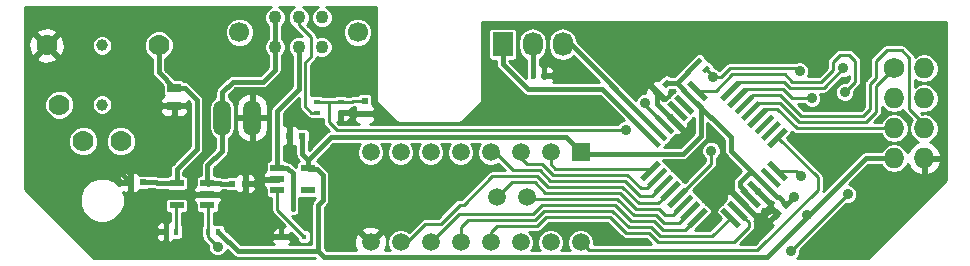
<source format=gtl>
%FSLAX46Y46*%
G04 Gerber Fmt 4.6, Leading zero omitted, Abs format (unit mm)*
G04 Created by KiCad (PCBNEW (2014-10-27 BZR 5228)-product) date 5/4/2015 9:12:31 PM*
%MOMM*%
G01*
G04 APERTURE LIST*
%ADD10C,0.100000*%
%ADD11O,1.506220X3.014980*%
%ADD12R,0.400000X0.450000*%
%ADD13R,1.143000X0.635000*%
%ADD14C,1.500000*%
%ADD15C,1.778000*%
%ADD16C,0.990600*%
%ADD17R,0.600000X0.500000*%
%ADD18R,0.500000X0.600000*%
%ADD19R,0.400000X0.600000*%
%ADD20R,0.600000X0.400000*%
%ADD21R,1.198880X0.548640*%
%ADD22R,1.727200X2.032000*%
%ADD23O,1.727200X2.032000*%
%ADD24C,1.727200*%
%ADD25O,1.727200X1.727200*%
%ADD26R,1.500000X1.500000*%
%ADD27C,1.100000*%
%ADD28C,1.700000*%
%ADD29C,0.889000*%
%ADD30C,0.381000*%
%ADD31C,0.254000*%
G04 APERTURE END LIST*
D10*
G36*
X65035094Y-14563025D02*
X64717193Y-14880926D01*
X63303700Y-13467433D01*
X63621601Y-13149532D01*
X65035094Y-14563025D01*
X65035094Y-14563025D01*
G37*
G36*
X64469338Y-15128781D02*
X64151437Y-15446682D01*
X62737944Y-14033189D01*
X63055845Y-13715288D01*
X64469338Y-15128781D01*
X64469338Y-15128781D01*
G37*
G36*
X63903582Y-15694537D02*
X63585681Y-16012438D01*
X62172188Y-14598945D01*
X62490089Y-14281044D01*
X63903582Y-15694537D01*
X63903582Y-15694537D01*
G37*
G36*
X63337826Y-16260294D02*
X63019925Y-16578195D01*
X61606432Y-15164702D01*
X61924333Y-14846801D01*
X63337826Y-16260294D01*
X63337826Y-16260294D01*
G37*
G36*
X62772070Y-16826050D02*
X62454169Y-17143951D01*
X61040676Y-15730458D01*
X61358577Y-15412557D01*
X62772070Y-16826050D01*
X62772070Y-16826050D01*
G37*
G36*
X62206313Y-17391806D02*
X61888412Y-17709707D01*
X60474919Y-16296214D01*
X60792820Y-15978313D01*
X62206313Y-17391806D01*
X62206313Y-17391806D01*
G37*
G36*
X61640557Y-17957562D02*
X61322656Y-18275463D01*
X59909163Y-16861970D01*
X60227064Y-16544069D01*
X61640557Y-17957562D01*
X61640557Y-17957562D01*
G37*
G36*
X61074801Y-18523318D02*
X60756900Y-18841219D01*
X59343407Y-17427726D01*
X59661308Y-17109825D01*
X61074801Y-18523318D01*
X61074801Y-18523318D01*
G37*
G36*
X54314464Y-11755797D02*
X53996563Y-12073698D01*
X52583070Y-10660205D01*
X52900971Y-10342304D01*
X54314464Y-11755797D01*
X54314464Y-11755797D01*
G37*
G36*
X58283738Y-7786524D02*
X57965837Y-8104425D01*
X56552344Y-6690932D01*
X56870245Y-6373031D01*
X58283738Y-7786524D01*
X58283738Y-7786524D01*
G37*
G36*
X57709001Y-8361260D02*
X57391100Y-8679161D01*
X55977607Y-7265668D01*
X56295508Y-6947767D01*
X57709001Y-8361260D01*
X57709001Y-8361260D01*
G37*
G36*
X57134265Y-8935997D02*
X56816364Y-9253898D01*
X55402871Y-7840405D01*
X55720772Y-7522504D01*
X57134265Y-8935997D01*
X57134265Y-8935997D01*
G37*
G36*
X56577489Y-9492773D02*
X56259588Y-9810674D01*
X54846095Y-8397181D01*
X55163996Y-8079280D01*
X56577489Y-9492773D01*
X56577489Y-9492773D01*
G37*
G36*
X56002753Y-10067509D02*
X55684852Y-10385410D01*
X54271359Y-8971917D01*
X54589260Y-8654016D01*
X56002753Y-10067509D01*
X56002753Y-10067509D01*
G37*
G36*
X55445977Y-10624285D02*
X55128076Y-10942186D01*
X53714583Y-9528693D01*
X54032484Y-9210792D01*
X55445977Y-10624285D01*
X55445977Y-10624285D01*
G37*
G36*
X54871240Y-11199021D02*
X54553339Y-11516922D01*
X53139846Y-10103429D01*
X53457747Y-9785528D01*
X54871240Y-11199021D01*
X54871240Y-11199021D01*
G37*
G36*
X58251409Y-17434910D02*
X56837916Y-18848403D01*
X56520015Y-18530502D01*
X57933508Y-17117009D01*
X58251409Y-17434910D01*
X58251409Y-17434910D01*
G37*
G36*
X57687449Y-16870950D02*
X56273956Y-18284443D01*
X55956055Y-17966542D01*
X57369548Y-16553049D01*
X57687449Y-16870950D01*
X57687449Y-16870950D01*
G37*
G36*
X57119896Y-16303398D02*
X55706403Y-17716891D01*
X55388502Y-17398990D01*
X56801995Y-15985497D01*
X57119896Y-16303398D01*
X57119896Y-16303398D01*
G37*
G36*
X56555936Y-15739438D02*
X55142443Y-17152931D01*
X54824542Y-16835030D01*
X56238035Y-15421537D01*
X56555936Y-15739438D01*
X56555936Y-15739438D01*
G37*
G36*
X55988384Y-15171886D02*
X54574891Y-16585379D01*
X54256990Y-16267478D01*
X55670483Y-14853985D01*
X55988384Y-15171886D01*
X55988384Y-15171886D01*
G37*
G36*
X55424424Y-14607926D02*
X54010931Y-16021419D01*
X53693030Y-15703518D01*
X55106523Y-14290025D01*
X55424424Y-14607926D01*
X55424424Y-14607926D01*
G37*
G36*
X54856872Y-14040373D02*
X53443379Y-15453866D01*
X53125478Y-15135965D01*
X54538971Y-13722472D01*
X54856872Y-14040373D01*
X54856872Y-14040373D01*
G37*
G36*
X54292912Y-13476413D02*
X52879419Y-14889906D01*
X52561518Y-14572005D01*
X53975011Y-13158512D01*
X54292912Y-13476413D01*
X54292912Y-13476413D01*
G37*
G36*
X65036890Y-10642245D02*
X63623397Y-12055738D01*
X63305496Y-11737837D01*
X64718989Y-10324344D01*
X65036890Y-10642245D01*
X65036890Y-10642245D01*
G37*
G36*
X64480114Y-10085469D02*
X63066621Y-11498962D01*
X62748720Y-11181061D01*
X64162213Y-9767568D01*
X64480114Y-10085469D01*
X64480114Y-10085469D01*
G37*
G36*
X63905378Y-9510732D02*
X62491885Y-10924225D01*
X62173984Y-10606324D01*
X63587477Y-9192831D01*
X63905378Y-9510732D01*
X63905378Y-9510732D01*
G37*
G36*
X63348602Y-8953956D02*
X61935109Y-10367449D01*
X61617208Y-10049548D01*
X63030701Y-8636055D01*
X63348602Y-8953956D01*
X63348602Y-8953956D01*
G37*
G36*
X62791826Y-8397181D02*
X61378333Y-9810674D01*
X61060432Y-9492773D01*
X62473925Y-8079280D01*
X62791826Y-8397181D01*
X62791826Y-8397181D01*
G37*
G36*
X62217090Y-7822444D02*
X60803597Y-9235937D01*
X60485696Y-8918036D01*
X61899189Y-7504543D01*
X62217090Y-7822444D01*
X62217090Y-7822444D01*
G37*
G36*
X61642353Y-7247708D02*
X60228860Y-8661201D01*
X59910959Y-8343300D01*
X61324452Y-6929807D01*
X61642353Y-7247708D01*
X61642353Y-7247708D01*
G37*
G36*
X61067617Y-6672971D02*
X59654124Y-8086464D01*
X59336223Y-7768563D01*
X60749716Y-6355070D01*
X61067617Y-6672971D01*
X61067617Y-6672971D01*
G37*
D11*
X17145000Y-9525000D03*
X19685000Y-9525000D03*
D12*
X22164000Y-19590000D03*
X24064000Y-19590000D03*
X23114000Y-17240000D03*
D13*
X13081000Y-6985000D03*
X13081000Y-8509000D03*
D14*
X40386000Y-16256000D03*
X42926000Y-16256000D03*
D15*
X11785600Y-3403600D03*
X2286000Y-3403600D03*
X8585200Y-11506200D03*
X5384800Y-11506200D03*
X3378200Y-8407400D03*
D16*
X6985000Y-3403600D03*
X6985000Y-8407400D03*
D10*
G36*
X54780264Y-6207182D02*
X55133818Y-6560736D01*
X54709554Y-6985000D01*
X54356000Y-6631446D01*
X54780264Y-6207182D01*
X54780264Y-6207182D01*
G37*
G36*
X54002446Y-6985000D02*
X54356000Y-7338554D01*
X53931736Y-7762818D01*
X53578182Y-7409264D01*
X54002446Y-6985000D01*
X54002446Y-6985000D01*
G37*
D17*
X17992000Y-15113000D03*
X19092000Y-15113000D03*
X23918000Y-11049000D03*
X22818000Y-11049000D03*
X10456000Y-14986000D03*
X9356000Y-14986000D03*
D10*
G36*
X64940264Y-16494182D02*
X65293818Y-16847736D01*
X64869554Y-17272000D01*
X64516000Y-16918446D01*
X64940264Y-16494182D01*
X64940264Y-16494182D01*
G37*
G36*
X64162446Y-17272000D02*
X64516000Y-17625554D01*
X64091736Y-18049818D01*
X63738182Y-17696264D01*
X64162446Y-17272000D01*
X64162446Y-17272000D01*
G37*
D18*
X29210000Y-9186000D03*
X29210000Y-8086000D03*
D10*
G36*
X58456751Y-5327487D02*
X58032487Y-5751751D01*
X57749645Y-5468909D01*
X58173909Y-5044645D01*
X58456751Y-5327487D01*
X58456751Y-5327487D01*
G37*
G36*
X57820355Y-4691091D02*
X57396091Y-5115355D01*
X57113249Y-4832513D01*
X57537513Y-4408249D01*
X57820355Y-4691091D01*
X57820355Y-4691091D01*
G37*
D19*
X12377000Y-19177000D03*
X13277000Y-19177000D03*
D20*
X25146000Y-8186000D03*
X25146000Y-9086000D03*
X27178000Y-9086000D03*
X27178000Y-8186000D03*
D19*
X16833000Y-19177000D03*
X15933000Y-19177000D03*
D21*
X21816060Y-13782040D03*
X21816060Y-14732000D03*
X21816060Y-15681960D03*
X24411940Y-15681960D03*
X24411940Y-13782040D03*
X15902940Y-16951960D03*
X15902940Y-16002000D03*
X15902940Y-15052040D03*
X13307060Y-15052040D03*
X13307060Y-16951960D03*
D22*
X40894000Y-3302000D03*
D23*
X43434000Y-3302000D03*
X45974000Y-3302000D03*
D19*
X43492000Y-5969000D03*
X44392000Y-5969000D03*
D24*
X74041000Y-5334000D03*
D25*
X76581000Y-5334000D03*
X74041000Y-7874000D03*
X76581000Y-7874000D03*
X74041000Y-10414000D03*
X76581000Y-10414000D03*
X74041000Y-12954000D03*
X76581000Y-12954000D03*
D26*
X47498000Y-12446000D03*
D14*
X44958000Y-12446000D03*
X42418000Y-12446000D03*
X39878000Y-12446000D03*
X37338000Y-12446000D03*
X34798000Y-12446000D03*
X32258000Y-12446000D03*
X29718000Y-12446000D03*
X29718000Y-20066000D03*
X32258000Y-20066000D03*
X34798000Y-20066000D03*
X37338000Y-20066000D03*
X39878000Y-20066000D03*
X42418000Y-20066000D03*
X44958000Y-20066000D03*
X47498000Y-20066000D03*
D27*
X21622000Y-1036000D03*
X23622000Y-1036000D03*
X25622000Y-1036000D03*
X21622000Y-3536000D03*
X23622000Y-3536000D03*
X25622000Y-3536000D03*
D28*
X18622000Y-2286000D03*
X28622000Y-2286000D03*
D29*
X23241000Y-9398000D03*
X59690000Y-15240000D03*
X28194000Y-9144000D03*
X26289000Y-12827000D03*
X68580000Y-13081000D03*
X56515000Y-10922000D03*
X47625000Y-5969000D03*
X20701000Y-19558000D03*
X49149000Y-19050000D03*
X20320000Y-12319000D03*
X12319000Y-20320000D03*
X65532000Y-16256000D03*
X66675000Y-17780000D03*
X66040000Y-5588000D03*
X58674000Y-6096000D03*
X58547000Y-12319000D03*
X52959000Y-8255000D03*
X51308000Y-10541000D03*
X69850000Y-7366000D03*
X67056000Y-7874000D03*
X69723000Y-5334000D03*
X70104000Y-16002000D03*
X66167000Y-14478000D03*
X65278000Y-20828000D03*
X16764000Y-20447000D03*
D30*
X15902940Y-15052040D02*
X15963900Y-15113000D01*
X17018000Y-15113000D02*
X16957040Y-15052040D01*
X16957040Y-15052040D02*
X15902940Y-15052040D01*
X17992000Y-15113000D02*
X17018000Y-15113000D01*
X15902940Y-13561060D02*
X17145000Y-12319000D01*
X17145000Y-12319000D02*
X17145000Y-9525000D01*
X15902940Y-15052040D02*
X15902940Y-13561060D01*
X21622000Y-5441000D02*
X20586000Y-6477000D01*
X17145000Y-7366000D02*
X17145000Y-9525000D01*
X18034000Y-6477000D02*
X17145000Y-7366000D01*
X20586000Y-6477000D02*
X20574000Y-6477000D01*
X20574000Y-6477000D02*
X18034000Y-6477000D01*
X21622000Y-3536000D02*
X21622000Y-5441000D01*
X21622000Y-3536000D02*
X21622000Y-1036000D01*
X44392000Y-5969000D02*
X44392000Y-6038000D01*
X22818000Y-11049000D02*
X22818000Y-9821000D01*
X22818000Y-9821000D02*
X23241000Y-9398000D01*
X27178000Y-9086000D02*
X28136000Y-9086000D01*
X28236000Y-9186000D02*
X29210000Y-9186000D01*
X28136000Y-9086000D02*
X28236000Y-9186000D01*
X59736606Y-15240000D02*
X61340616Y-16844010D01*
X59736606Y-15240000D02*
X59690000Y-15240000D01*
X55137056Y-9519713D02*
X53967091Y-8349748D01*
X53967091Y-8349748D02*
X53967091Y-7373909D01*
X61340616Y-16844010D02*
X62276606Y-17780000D01*
X63119000Y-17780000D02*
X63682591Y-17216409D01*
X62276606Y-17780000D02*
X63119000Y-17780000D01*
X64127091Y-17660909D02*
X63682591Y-17216409D01*
X63682591Y-17216409D02*
X63627000Y-17160818D01*
X63627000Y-16867369D02*
X62472129Y-15712498D01*
X63627000Y-17160818D02*
X63627000Y-16867369D01*
X20320000Y-15113000D02*
X19092000Y-15113000D01*
X20701000Y-14732000D02*
X20320000Y-15113000D01*
X21816060Y-14732000D02*
X20701000Y-14732000D01*
X20701000Y-18288000D02*
X20701000Y-19558000D01*
X20320000Y-15113000D02*
X20320000Y-17907000D01*
X20320000Y-17907000D02*
X20701000Y-18288000D01*
X20733000Y-19590000D02*
X22164000Y-19590000D01*
X20733000Y-19590000D02*
X20701000Y-19558000D01*
X18796000Y-16002000D02*
X19092000Y-15706000D01*
X19092000Y-15706000D02*
X19092000Y-15113000D01*
X15902940Y-16002000D02*
X18796000Y-16002000D01*
X13081000Y-8509000D02*
X13081000Y-9779000D01*
X28136000Y-9086000D02*
X28194000Y-9144000D01*
X56515000Y-10897657D02*
X55137056Y-9519713D01*
X56515000Y-10897657D02*
X56515000Y-10922000D01*
X44392000Y-5969000D02*
X47625000Y-5969000D01*
X5359400Y-6477000D02*
X2286000Y-3403600D01*
X10033000Y-8509000D02*
X8001000Y-6477000D01*
X13081000Y-8509000D02*
X10033000Y-8509000D01*
X8001000Y-6477000D02*
X5359400Y-6477000D01*
X20320000Y-12319000D02*
X20320000Y-15113000D01*
X8594000Y-14224000D02*
X8086000Y-14224000D01*
X1397000Y-5435600D02*
X1397000Y-4292600D01*
X1397000Y-4292600D02*
X2286000Y-3403600D01*
X8086000Y-14224000D02*
X3683000Y-14224000D01*
X3683000Y-14224000D02*
X1397000Y-11938000D01*
X1397000Y-11938000D02*
X1397000Y-5435600D01*
X8615000Y-14245000D02*
X8594000Y-14224000D01*
X9356000Y-14986000D02*
X8615000Y-14245000D01*
X8615000Y-14245000D02*
X13081000Y-9779000D01*
X12319000Y-20320000D02*
X12377000Y-20262000D01*
X12377000Y-20262000D02*
X12377000Y-19177000D01*
X47498000Y-12446000D02*
X46228000Y-11176000D01*
X26344880Y-11176000D02*
X24411940Y-13108940D01*
X46228000Y-11176000D02*
X26344880Y-11176000D01*
X24472900Y-13843000D02*
X25146000Y-13843000D01*
X25273000Y-16891000D02*
X25654000Y-16510000D01*
X25654000Y-16510000D02*
X25654000Y-14351000D01*
X25654000Y-14351000D02*
X25146000Y-13843000D01*
X25273000Y-16891000D02*
X25273000Y-20828000D01*
X24472900Y-13843000D02*
X24411940Y-13782040D01*
X28575000Y-21336000D02*
X25781000Y-21336000D01*
X28575000Y-21336000D02*
X63246000Y-21336000D01*
X66675000Y-17907000D02*
X63246000Y-21336000D01*
X67056000Y-17526000D02*
X66675000Y-17907000D01*
X25781000Y-21336000D02*
X25273000Y-20828000D01*
X16833000Y-19177000D02*
X18484000Y-20828000D01*
X25273000Y-20828000D02*
X18484000Y-20828000D01*
X24411940Y-13782040D02*
X24411940Y-13335000D01*
X24411940Y-13335000D02*
X24411940Y-13108940D01*
X24411940Y-13108940D02*
X23918000Y-12615000D01*
X23918000Y-12615000D02*
X23918000Y-11049000D01*
X56843304Y-7813464D02*
X55625931Y-6596091D01*
X55625931Y-6596091D02*
X54744909Y-6596091D01*
X63037885Y-15146741D02*
X62115144Y-14224000D01*
X60960000Y-15331881D02*
X61906373Y-16278254D01*
X60960000Y-14986000D02*
X60960000Y-15331881D01*
X61722000Y-14224000D02*
X61341000Y-14605000D01*
X61341000Y-14605000D02*
X60960000Y-14986000D01*
X62115144Y-14224000D02*
X61722000Y-14224000D01*
X64147144Y-16256000D02*
X63037885Y-15146741D01*
X64904909Y-16883091D02*
X64277818Y-16256000D01*
X64277818Y-16256000D02*
X64147144Y-16256000D01*
X60198000Y-12306856D02*
X60198000Y-11168160D01*
X60198000Y-11168160D02*
X56843304Y-7813464D01*
X63037885Y-15146741D02*
X60198000Y-12306856D01*
X47625000Y-12573000D02*
X47498000Y-12446000D01*
X57658000Y-8628160D02*
X57658000Y-11049000D01*
X57658000Y-11049000D02*
X56134000Y-12573000D01*
X56134000Y-12573000D02*
X47625000Y-12573000D01*
X56843304Y-7813464D02*
X57658000Y-8628160D01*
X71628000Y-12954000D02*
X74041000Y-12954000D01*
X67056000Y-17526000D02*
X68834000Y-15748000D01*
X68834000Y-15748000D02*
X71628000Y-12954000D01*
X55632513Y-6596091D02*
X55625931Y-6596091D01*
X57466802Y-4761802D02*
X55632513Y-6596091D01*
X66675000Y-17780000D02*
X66675000Y-17907000D01*
X66738500Y-17843500D02*
X66675000Y-17780000D01*
X66675000Y-17780000D02*
X66738500Y-17843500D01*
X64904909Y-16883091D02*
X65532000Y-16256000D01*
X13307060Y-13870940D02*
X13307060Y-15052040D01*
X14986000Y-12192000D02*
X13307060Y-13870940D01*
X14986000Y-8001000D02*
X14986000Y-12192000D01*
X13970000Y-6985000D02*
X14986000Y-8001000D01*
X13081000Y-6985000D02*
X13970000Y-6985000D01*
X11557000Y-14986000D02*
X11623040Y-15052040D01*
X11623040Y-15052040D02*
X13307060Y-15052040D01*
X10456000Y-14986000D02*
X11557000Y-14986000D01*
X11785600Y-5689600D02*
X13081000Y-6985000D01*
X11785600Y-3403600D02*
X11785600Y-5689600D01*
D31*
X65785998Y-5333998D02*
X66040000Y-5588000D01*
X60579000Y-5333998D02*
X65785998Y-5333998D01*
X60578998Y-5333998D02*
X60579000Y-5333998D01*
X55690239Y-16287234D02*
X58547000Y-13430473D01*
X58547000Y-13430473D02*
X58547000Y-12319000D01*
X58674000Y-5969000D02*
X58674000Y-6096000D01*
X58103198Y-5398198D02*
X58674000Y-5969000D01*
X60114578Y-5333998D02*
X59352576Y-6096000D01*
X59352576Y-6096000D02*
X58674000Y-6096000D01*
X60579000Y-5333998D02*
X60114578Y-5333998D01*
X27178000Y-8186000D02*
X28136000Y-8186000D01*
X28236000Y-8086000D02*
X29210000Y-8086000D01*
X28136000Y-8186000D02*
X28236000Y-8086000D01*
X25146000Y-8186000D02*
X26162000Y-8186000D01*
X26162000Y-8186000D02*
X27178000Y-8186000D01*
X41783000Y-10604498D02*
X50863498Y-10604498D01*
X52959000Y-8455209D02*
X54580280Y-10076489D01*
X52959000Y-8255000D02*
X52959000Y-8455209D01*
X51244502Y-10604498D02*
X50863498Y-10604498D01*
X51308000Y-10541000D02*
X51244502Y-10604498D01*
X26162000Y-8186000D02*
X26162000Y-9906000D01*
X26162000Y-9906000D02*
X26860498Y-10604498D01*
X26860498Y-10604498D02*
X41783000Y-10604498D01*
X62611000Y-20574000D02*
X62420502Y-20764498D01*
X48196498Y-20764498D02*
X47498000Y-20066000D01*
X62420502Y-20764498D02*
X48196498Y-20764498D01*
X67564000Y-14582848D02*
X67564000Y-15621000D01*
X67564000Y-15621000D02*
X62611000Y-20574000D01*
X62611000Y-20574000D02*
X62610994Y-20574006D01*
X64171193Y-11190041D02*
X67564000Y-14582848D01*
X53246006Y-13843000D02*
X45339000Y-13843000D01*
X45339000Y-13843000D02*
X44958000Y-13462000D01*
X44958000Y-13462000D02*
X44958000Y-12446000D01*
X53427215Y-14024209D02*
X53246006Y-13843000D01*
X42418000Y-12954000D02*
X42418000Y-12446000D01*
X53085344Y-15494000D02*
X52578000Y-15494000D01*
X52578000Y-15494000D02*
X51435002Y-14351002D01*
X51435002Y-14351002D02*
X45128578Y-14351002D01*
X45128578Y-14351002D02*
X44239576Y-13462000D01*
X44239576Y-13462000D02*
X42926000Y-13462000D01*
X42926000Y-13462000D02*
X42418000Y-12954000D01*
X53991175Y-14588169D02*
X53085344Y-15494000D01*
X57418041Y-7238728D02*
X57150000Y-6970687D01*
X60325000Y-5842000D02*
X58928272Y-7238728D01*
X58928272Y-7238728D02*
X57418041Y-7238728D01*
X68834000Y-4826000D02*
X69469000Y-4191000D01*
X68834000Y-5504576D02*
X68834000Y-4826000D01*
X67861578Y-6476998D02*
X68834000Y-5504576D01*
X65441118Y-6476998D02*
X67861578Y-6476998D01*
X64806120Y-5842000D02*
X65441118Y-6476998D01*
X64806120Y-5842000D02*
X60325000Y-5842000D01*
X69850000Y-7366000D02*
X70739000Y-6477000D01*
X70739000Y-6477000D02*
X70739000Y-4699000D01*
X70739000Y-4699000D02*
X70231000Y-4191000D01*
X70231000Y-4191000D02*
X69469000Y-4191000D01*
X40259000Y-12446000D02*
X39878000Y-12446000D01*
X53585449Y-16129000D02*
X52494576Y-16129000D01*
X52494576Y-16129000D02*
X51224580Y-14859004D01*
X51224580Y-14859004D02*
X44918156Y-14859004D01*
X44918156Y-14859004D02*
X44029154Y-13970002D01*
X44029154Y-13970002D02*
X41783002Y-13970002D01*
X41783002Y-13970002D02*
X40259000Y-12446000D01*
X54558727Y-15155722D02*
X53585449Y-16129000D01*
X58626624Y-19558002D02*
X54232730Y-19558002D01*
X54232730Y-19558002D02*
X53470736Y-18796008D01*
X53470736Y-18796008D02*
X51569464Y-18796008D01*
X51569464Y-18796008D02*
X50172470Y-17399014D01*
X50172470Y-17399014D02*
X46355000Y-17399014D01*
X46355000Y-17399014D02*
X44406410Y-17399014D01*
X44406410Y-17399014D02*
X43644422Y-18161002D01*
X43644422Y-18161002D02*
X37972998Y-18161002D01*
X37972998Y-18161002D02*
X37338000Y-18796000D01*
X37338000Y-18796000D02*
X37338000Y-20066000D01*
X60209104Y-17975522D02*
X58626624Y-19558002D01*
X56318418Y-19050000D02*
X54443152Y-19050000D01*
X54443152Y-19050000D02*
X53681158Y-18288006D01*
X53681158Y-18288006D02*
X51779886Y-18288006D01*
X51779886Y-18288006D02*
X50382892Y-16891012D01*
X50382892Y-16891012D02*
X44195988Y-16891012D01*
X44195988Y-16891012D02*
X43434000Y-17653000D01*
X43434000Y-17653000D02*
X37211000Y-17653000D01*
X37211000Y-17653000D02*
X34798000Y-20066000D01*
X57385712Y-17982706D02*
X56318418Y-19050000D01*
X61722000Y-18356906D02*
X61722000Y-18796000D01*
X61722000Y-18796000D02*
X60451996Y-20066004D01*
X60451996Y-20066004D02*
X54022308Y-20066004D01*
X54022308Y-20066004D02*
X53260314Y-19304010D01*
X53260314Y-19304010D02*
X51359042Y-19304010D01*
X51359042Y-19304010D02*
X49962048Y-17907016D01*
X49962048Y-17907016D02*
X44616832Y-17907016D01*
X44616832Y-17907016D02*
X43854844Y-18669004D01*
X43854844Y-18669004D02*
X40385996Y-18669004D01*
X40385996Y-18669004D02*
X39878000Y-19177000D01*
X39878000Y-19177000D02*
X39878000Y-20066000D01*
X60774860Y-17409766D02*
X61722000Y-18356906D01*
X55122687Y-15719682D02*
X54078369Y-16764000D01*
X43818732Y-14478004D02*
X41572580Y-14478004D01*
X44707734Y-15367006D02*
X43818732Y-14478004D01*
X51014158Y-15367006D02*
X44707734Y-15367006D01*
X52411152Y-16764000D02*
X51014158Y-15367006D01*
X54078369Y-16764000D02*
X52411152Y-16764000D01*
X41572580Y-14478004D02*
X40004996Y-14478004D01*
X37592000Y-16891000D02*
X40004996Y-14478004D01*
X37254576Y-16891000D02*
X37592000Y-16891000D01*
X35645288Y-18500288D02*
X37254576Y-16891000D01*
X34331712Y-18500288D02*
X35645288Y-18500288D01*
X32766000Y-20066000D02*
X34331712Y-18500288D01*
X32258000Y-20066000D02*
X32766000Y-20066000D01*
X63221657Y-8763000D02*
X64135000Y-8763000D01*
X64135000Y-8763000D02*
X65786000Y-10414000D01*
X65786000Y-10414000D02*
X74041000Y-10414000D01*
X62482905Y-9501752D02*
X63221657Y-8763000D01*
X71417580Y-9397996D02*
X72008998Y-8806578D01*
X72008998Y-8806578D02*
X72008998Y-6647578D01*
X72008998Y-6647578D02*
X72517000Y-6139576D01*
X72517000Y-6139576D02*
X72517000Y-4699000D01*
X72517000Y-4699000D02*
X73406000Y-3810000D01*
X73406000Y-3810000D02*
X74676000Y-3810000D01*
X74676000Y-3810000D02*
X75311000Y-4445000D01*
X66206844Y-9397996D02*
X71417580Y-9397996D01*
X64428848Y-7620000D02*
X66206844Y-9397996D01*
X76581000Y-10033000D02*
X76581000Y-10414000D01*
X62101633Y-7620000D02*
X64428848Y-7620000D01*
X75311000Y-4445000D02*
X75311000Y-8763000D01*
X75311000Y-8763000D02*
X76581000Y-10033000D01*
X61351393Y-8370240D02*
X62101633Y-7620000D01*
X65401272Y-7874000D02*
X67056000Y-7874000D01*
X64639270Y-7111998D02*
X65401272Y-7874000D01*
X61460162Y-7111998D02*
X64639270Y-7111998D01*
X60776656Y-7795504D02*
X61460162Y-7111998D01*
X60945687Y-6477000D02*
X64722696Y-6477000D01*
X64722696Y-6477000D02*
X65230696Y-6985000D01*
X65230696Y-6985000D02*
X68072000Y-6985000D01*
X68072000Y-6985000D02*
X69723000Y-5334000D01*
X60201920Y-7220767D02*
X60945687Y-6477000D01*
X23622000Y-1036000D02*
X23622000Y-1651000D01*
X24707000Y-9086000D02*
X25146000Y-9086000D01*
X24193502Y-8572502D02*
X24707000Y-9086000D01*
X24193502Y-4826000D02*
X24193502Y-8572502D01*
X24638000Y-4381502D02*
X24193502Y-4826000D01*
X24638000Y-2667000D02*
X24638000Y-4381502D01*
X23622000Y-1651000D02*
X24638000Y-2667000D01*
D30*
X22672040Y-13782040D02*
X23114000Y-14224000D01*
X23114000Y-14224000D02*
X23114000Y-17240000D01*
X21816060Y-13782040D02*
X22672040Y-13782040D01*
X21816060Y-8917940D02*
X21816060Y-13782040D01*
X21816060Y-8917940D02*
X23622000Y-7112000D01*
X23622000Y-3536000D02*
X23622000Y-7112000D01*
D31*
X21816060Y-17342060D02*
X24064000Y-19590000D01*
X21816060Y-15681960D02*
X21816060Y-17342060D01*
X13277000Y-16982020D02*
X13307060Y-16951960D01*
X13277000Y-19177000D02*
X13277000Y-16982020D01*
X64169397Y-14015229D02*
X65704229Y-14015229D01*
X70104000Y-16002000D02*
X68326000Y-17780000D01*
X65704229Y-14015229D02*
X66167000Y-14478000D01*
X15933000Y-16982020D02*
X15902940Y-16951960D01*
X15933000Y-19177000D02*
X15933000Y-16982020D01*
X65278000Y-20828000D02*
X68326000Y-17780000D01*
X68326000Y-17780000D02*
X68707000Y-17399000D01*
X15933000Y-19616000D02*
X16764000Y-20447000D01*
X15933000Y-19177000D02*
X15933000Y-19616000D01*
X65996422Y-9905998D02*
X71628002Y-9905998D01*
X64345422Y-8254998D02*
X65996422Y-9905998D01*
X62616108Y-8254998D02*
X64345422Y-8254998D01*
X61926129Y-8944977D02*
X62616108Y-8254998D01*
X72517000Y-6858000D02*
X72517000Y-9017000D01*
X72517000Y-9017000D02*
X71628002Y-9905998D01*
X74041000Y-5334000D02*
X72517000Y-6858000D01*
X43053010Y-16383010D02*
X42926000Y-16256000D01*
X55825498Y-18415000D02*
X54526576Y-18415000D01*
X54526576Y-18415000D02*
X53891580Y-17780004D01*
X53891580Y-17780004D02*
X51990308Y-17780004D01*
X51990308Y-17780004D02*
X50593314Y-16383010D01*
X50593314Y-16383010D02*
X43053010Y-16383010D01*
X56821752Y-17418746D02*
X55825498Y-18415000D01*
X55325393Y-17780000D02*
X54610000Y-17780000D01*
X54610000Y-17780000D02*
X54102002Y-17272002D01*
X54102002Y-17272002D02*
X52200730Y-17272002D01*
X52200730Y-17272002D02*
X50803736Y-15875008D01*
X50803736Y-15875008D02*
X44497312Y-15875008D01*
X44497312Y-15875008D02*
X43608310Y-14986006D01*
X43608310Y-14986006D02*
X41655994Y-14986006D01*
X41655994Y-14986006D02*
X40386000Y-16256000D01*
X56254199Y-16851194D02*
X55325393Y-17780000D01*
D30*
X49352766Y-7112000D02*
X43053000Y-7112000D01*
X43053000Y-7112000D02*
X40894000Y-4953000D01*
X40894000Y-4953000D02*
X40894000Y-3302000D01*
X53448767Y-11208001D02*
X49352766Y-7112000D01*
X43492000Y-5969000D02*
X43492000Y-3360000D01*
X43492000Y-3360000D02*
X43434000Y-3302000D01*
X54005543Y-10651225D02*
X46656318Y-3302000D01*
X46656318Y-3302000D02*
X45974000Y-3302000D01*
D31*
G36*
X25049776Y-21413000D02*
X14287500Y-21413000D01*
X14287500Y-17302065D01*
X14287500Y-17150494D01*
X14287500Y-16601854D01*
X14229496Y-16461820D01*
X14122319Y-16354644D01*
X13982285Y-16296640D01*
X13830714Y-16296640D01*
X12631834Y-16296640D01*
X12491800Y-16354644D01*
X12384624Y-16461821D01*
X12326620Y-16601855D01*
X12326620Y-16753426D01*
X12326620Y-17302066D01*
X12384624Y-17442100D01*
X12491801Y-17549276D01*
X12631835Y-17607280D01*
X12769000Y-17607280D01*
X12769000Y-18269210D01*
X12703309Y-18242000D01*
X12635750Y-18242000D01*
X12477000Y-18400750D01*
X12477000Y-19050000D01*
X12524000Y-19050000D01*
X12524000Y-19304000D01*
X12477000Y-19304000D01*
X12477000Y-19953250D01*
X12635750Y-20112000D01*
X12703309Y-20112000D01*
X12936698Y-20015327D01*
X13094025Y-19858000D01*
X13152786Y-19858000D01*
X13552786Y-19858000D01*
X13692820Y-19799996D01*
X13799996Y-19692819D01*
X13858000Y-19552785D01*
X13858000Y-19401214D01*
X13858000Y-18801214D01*
X13799996Y-18661180D01*
X13785000Y-18646184D01*
X13785000Y-17607280D01*
X13982286Y-17607280D01*
X14122320Y-17549276D01*
X14229496Y-17442099D01*
X14287500Y-17302065D01*
X14287500Y-21413000D01*
X12277000Y-21413000D01*
X12277000Y-19953250D01*
X12277000Y-19304000D01*
X12277000Y-19050000D01*
X12277000Y-18400750D01*
X12118250Y-18242000D01*
X12050691Y-18242000D01*
X11817302Y-18338673D01*
X11638673Y-18517301D01*
X11542000Y-18750690D01*
X11542000Y-18891250D01*
X11700750Y-19050000D01*
X12277000Y-19050000D01*
X12277000Y-19304000D01*
X11700750Y-19304000D01*
X11542000Y-19462750D01*
X11542000Y-19603310D01*
X11638673Y-19836699D01*
X11817302Y-20015327D01*
X12050691Y-20112000D01*
X12118250Y-20112000D01*
X12277000Y-19953250D01*
X12277000Y-21413000D01*
X9229000Y-21413000D01*
X9229000Y-15712250D01*
X9229000Y-15111000D01*
X9229000Y-14861000D01*
X9229000Y-14259750D01*
X9070250Y-14101000D01*
X8929691Y-14101000D01*
X8696302Y-14197673D01*
X8517673Y-14376301D01*
X8421000Y-14609690D01*
X8421000Y-14702250D01*
X8579750Y-14861000D01*
X9229000Y-14861000D01*
X9229000Y-15111000D01*
X8579750Y-15111000D01*
X8429828Y-15260921D01*
X8421000Y-15252077D01*
X8065505Y-14895961D01*
X7365590Y-14605332D01*
X6655020Y-14604711D01*
X6655020Y-11254690D01*
X6462082Y-10787742D01*
X6105137Y-10430174D01*
X5638527Y-10236421D01*
X5133290Y-10235980D01*
X4666342Y-10428918D01*
X4648420Y-10446808D01*
X4648420Y-8155890D01*
X4455482Y-7688942D01*
X4098537Y-7331374D01*
X3821516Y-7216345D01*
X3821516Y-3641635D01*
X3795723Y-3035900D01*
X3613539Y-2596067D01*
X3358196Y-2511009D01*
X3178591Y-2690614D01*
X3178591Y-2331404D01*
X3093533Y-2076061D01*
X2524035Y-1868084D01*
X1918300Y-1893877D01*
X1478467Y-2076061D01*
X1393409Y-2331404D01*
X2286000Y-3223995D01*
X3178591Y-2331404D01*
X3178591Y-2690614D01*
X2465605Y-3403600D01*
X3358196Y-4296191D01*
X3613539Y-4211133D01*
X3821516Y-3641635D01*
X3821516Y-7216345D01*
X3631927Y-7137621D01*
X3178591Y-7137225D01*
X3178591Y-4475796D01*
X2286000Y-3583205D01*
X2106395Y-3762810D01*
X2106395Y-3403600D01*
X1213804Y-2511009D01*
X958461Y-2596067D01*
X750484Y-3165565D01*
X776277Y-3771300D01*
X958461Y-4211133D01*
X1213804Y-4296191D01*
X2106395Y-3403600D01*
X2106395Y-3762810D01*
X1393409Y-4475796D01*
X1478467Y-4731139D01*
X2047965Y-4939116D01*
X2653700Y-4913323D01*
X3093533Y-4731139D01*
X3178591Y-4475796D01*
X3178591Y-7137225D01*
X3126690Y-7137180D01*
X2659742Y-7330118D01*
X2302174Y-7687063D01*
X2108421Y-8153673D01*
X2107980Y-8658910D01*
X2300918Y-9125858D01*
X2657863Y-9483426D01*
X3124473Y-9677179D01*
X3629710Y-9677620D01*
X4096658Y-9484682D01*
X4454226Y-9127737D01*
X4647979Y-8661127D01*
X4648420Y-8155890D01*
X4648420Y-10446808D01*
X4308774Y-10785863D01*
X4115021Y-11252473D01*
X4114580Y-11757710D01*
X4307518Y-12224658D01*
X4664463Y-12582226D01*
X5131073Y-12775979D01*
X5636310Y-12776420D01*
X6103258Y-12583482D01*
X6460826Y-12226537D01*
X6654579Y-11759927D01*
X6655020Y-11254690D01*
X6655020Y-14604711D01*
X6607735Y-14604670D01*
X5907314Y-14894078D01*
X5370961Y-15429495D01*
X5080332Y-16129410D01*
X5079670Y-16887265D01*
X5369078Y-17587686D01*
X5904495Y-18124039D01*
X6604410Y-18414668D01*
X7362265Y-18415330D01*
X8062686Y-18125922D01*
X8599039Y-17590505D01*
X8889668Y-16890590D01*
X8890330Y-16132735D01*
X8751724Y-15797283D01*
X8929691Y-15871000D01*
X9070250Y-15871000D01*
X9229000Y-15712250D01*
X9229000Y-21413000D01*
X6274526Y-21413000D01*
X431000Y-15569474D01*
X431000Y-177000D01*
X21262982Y-177000D01*
X21095320Y-246277D01*
X20833197Y-507943D01*
X20691162Y-850000D01*
X20690839Y-1220375D01*
X20832277Y-1562680D01*
X21050500Y-1781284D01*
X21050500Y-2791018D01*
X20833197Y-3007943D01*
X20691162Y-3350000D01*
X20690839Y-3720375D01*
X20832277Y-4062680D01*
X21050500Y-4281284D01*
X21050500Y-5204276D01*
X20349276Y-5905500D01*
X19853213Y-5905500D01*
X19853213Y-2042213D01*
X19666200Y-1589605D01*
X19320216Y-1243017D01*
X18867935Y-1055214D01*
X18378213Y-1054787D01*
X17925605Y-1241800D01*
X17579017Y-1587784D01*
X17391214Y-2040065D01*
X17390787Y-2529787D01*
X17577800Y-2982395D01*
X17923784Y-3328983D01*
X18376065Y-3516786D01*
X18865787Y-3517213D01*
X19318395Y-3330200D01*
X19664983Y-2984216D01*
X19852786Y-2531935D01*
X19853213Y-2042213D01*
X19853213Y-5905500D01*
X18034005Y-5905500D01*
X18034000Y-5905499D01*
X17851582Y-5941785D01*
X17815296Y-5949003D01*
X17629888Y-6072888D01*
X17629885Y-6072891D01*
X16740888Y-6961888D01*
X16617003Y-7147296D01*
X16609785Y-7183582D01*
X16573499Y-7366000D01*
X16573500Y-7366005D01*
X16573500Y-7777712D01*
X16343063Y-7931685D01*
X16097219Y-8299617D01*
X16010890Y-8733622D01*
X16010890Y-10316378D01*
X16097219Y-10750383D01*
X16343063Y-11118315D01*
X16573500Y-11272287D01*
X16573500Y-12082276D01*
X15557501Y-13098275D01*
X15557501Y-12192000D01*
X15557500Y-12191994D01*
X15557500Y-8001005D01*
X15557500Y-8001000D01*
X15557501Y-8001000D01*
X15521214Y-7818582D01*
X15513997Y-7782297D01*
X15513997Y-7782296D01*
X15390112Y-7596888D01*
X14374112Y-6580888D01*
X14188704Y-6457003D01*
X14152417Y-6449785D01*
X13970000Y-6413499D01*
X13969994Y-6413500D01*
X13937315Y-6413500D01*
X13868319Y-6344504D01*
X13728285Y-6286500D01*
X13576714Y-6286500D01*
X13190723Y-6286500D01*
X12357100Y-5452876D01*
X12357100Y-4541603D01*
X12504058Y-4480882D01*
X12861626Y-4123937D01*
X13055379Y-3657327D01*
X13055820Y-3152090D01*
X12862882Y-2685142D01*
X12505937Y-2327574D01*
X12039327Y-2133821D01*
X11534090Y-2133380D01*
X11067142Y-2326318D01*
X10709574Y-2683263D01*
X10515821Y-3149873D01*
X10515380Y-3655110D01*
X10708318Y-4122058D01*
X11065263Y-4479626D01*
X11214100Y-4541428D01*
X11214100Y-5689594D01*
X11214099Y-5689600D01*
X11250385Y-5872017D01*
X11257603Y-5908304D01*
X11381488Y-6093712D01*
X12128500Y-6840723D01*
X12128500Y-7378286D01*
X12186504Y-7518320D01*
X12271109Y-7602925D01*
X12149801Y-7653173D01*
X11971173Y-7831802D01*
X11874500Y-8065191D01*
X11874500Y-8223250D01*
X12033250Y-8382000D01*
X12954000Y-8382000D01*
X12954000Y-8362000D01*
X13208000Y-8362000D01*
X13208000Y-8382000D01*
X14128750Y-8382000D01*
X14287500Y-8223250D01*
X14287500Y-8110724D01*
X14414500Y-8237724D01*
X14414500Y-11955276D01*
X14287500Y-12082276D01*
X14287500Y-8952809D01*
X14287500Y-8794750D01*
X14128750Y-8636000D01*
X13208000Y-8636000D01*
X13208000Y-9302750D01*
X13366750Y-9461500D01*
X13526191Y-9461500D01*
X13778810Y-9461500D01*
X14012199Y-9364827D01*
X14190827Y-9186198D01*
X14287500Y-8952809D01*
X14287500Y-12082276D01*
X12954000Y-13415776D01*
X12954000Y-9302750D01*
X12954000Y-8636000D01*
X12033250Y-8636000D01*
X11874500Y-8794750D01*
X11874500Y-8952809D01*
X11971173Y-9186198D01*
X12149801Y-9364827D01*
X12383190Y-9461500D01*
X12635809Y-9461500D01*
X12795250Y-9461500D01*
X12954000Y-9302750D01*
X12954000Y-13415776D01*
X12902948Y-13466828D01*
X12779063Y-13652236D01*
X12771845Y-13688522D01*
X12735559Y-13870940D01*
X12735560Y-13870945D01*
X12735560Y-14396720D01*
X12631834Y-14396720D01*
X12491800Y-14454724D01*
X12465984Y-14480540D01*
X11809433Y-14480540D01*
X11775704Y-14458003D01*
X11739417Y-14450785D01*
X11557000Y-14414499D01*
X11556994Y-14414500D01*
X10973315Y-14414500D01*
X10971819Y-14413004D01*
X10831785Y-14355000D01*
X10680214Y-14355000D01*
X10173025Y-14355000D01*
X10015698Y-14197673D01*
X9855420Y-14131283D01*
X9855420Y-11254690D01*
X9662482Y-10787742D01*
X9305537Y-10430174D01*
X8838927Y-10236421D01*
X8333690Y-10235980D01*
X7866742Y-10428918D01*
X7861452Y-10434198D01*
X7861452Y-8233858D01*
X7861452Y-3230058D01*
X7728324Y-2907864D01*
X7482032Y-2661142D01*
X7160072Y-2527452D01*
X6811458Y-2527148D01*
X6489264Y-2660276D01*
X6242542Y-2906568D01*
X6108852Y-3228528D01*
X6108548Y-3577142D01*
X6241676Y-3899336D01*
X6487968Y-4146058D01*
X6809928Y-4279748D01*
X7158542Y-4280052D01*
X7480736Y-4146924D01*
X7727458Y-3900632D01*
X7861148Y-3578672D01*
X7861452Y-3230058D01*
X7861452Y-8233858D01*
X7728324Y-7911664D01*
X7482032Y-7664942D01*
X7160072Y-7531252D01*
X6811458Y-7530948D01*
X6489264Y-7664076D01*
X6242542Y-7910368D01*
X6108852Y-8232328D01*
X6108548Y-8580942D01*
X6241676Y-8903136D01*
X6487968Y-9149858D01*
X6809928Y-9283548D01*
X7158542Y-9283852D01*
X7480736Y-9150724D01*
X7727458Y-8904432D01*
X7861148Y-8582472D01*
X7861452Y-8233858D01*
X7861452Y-10434198D01*
X7509174Y-10785863D01*
X7315421Y-11252473D01*
X7314980Y-11757710D01*
X7507918Y-12224658D01*
X7864863Y-12582226D01*
X8331473Y-12775979D01*
X8836710Y-12776420D01*
X9303658Y-12583482D01*
X9661226Y-12226537D01*
X9854979Y-11759927D01*
X9855420Y-11254690D01*
X9855420Y-14131283D01*
X9782309Y-14101000D01*
X9641750Y-14101000D01*
X9483000Y-14259750D01*
X9483000Y-14861000D01*
X9503000Y-14861000D01*
X9503000Y-15111000D01*
X9483000Y-15111000D01*
X9483000Y-15712250D01*
X9641750Y-15871000D01*
X9782309Y-15871000D01*
X10015698Y-15774327D01*
X10173025Y-15617000D01*
X10231786Y-15617000D01*
X10831786Y-15617000D01*
X10971820Y-15558996D01*
X10973315Y-15557500D01*
X11370606Y-15557500D01*
X11404336Y-15580037D01*
X11404337Y-15580038D01*
X11623040Y-15623541D01*
X11623040Y-15623540D01*
X11623045Y-15623540D01*
X12465984Y-15623540D01*
X12491801Y-15649356D01*
X12631835Y-15707360D01*
X12783406Y-15707360D01*
X13982286Y-15707360D01*
X14122320Y-15649356D01*
X14229496Y-15542179D01*
X14287500Y-15402145D01*
X14287500Y-15250574D01*
X14287500Y-14701934D01*
X14229496Y-14561900D01*
X14122319Y-14454724D01*
X13982285Y-14396720D01*
X13878560Y-14396720D01*
X13878560Y-14107663D01*
X15390108Y-12596114D01*
X15390112Y-12596112D01*
X15390112Y-12596111D01*
X15472889Y-12472226D01*
X15513997Y-12410704D01*
X15513998Y-12410703D01*
X15557500Y-12192000D01*
X15557501Y-12192000D01*
X15557501Y-13098275D01*
X15498828Y-13156948D01*
X15374943Y-13342356D01*
X15367725Y-13378642D01*
X15331439Y-13561060D01*
X15331440Y-13561065D01*
X15331440Y-14396720D01*
X15227714Y-14396720D01*
X15087680Y-14454724D01*
X14980504Y-14561901D01*
X14922500Y-14701935D01*
X14922500Y-14853506D01*
X14922500Y-15210654D01*
X14765173Y-15367982D01*
X14668500Y-15601371D01*
X14668500Y-15716250D01*
X14827250Y-15875000D01*
X15775940Y-15875000D01*
X15775940Y-15855000D01*
X16029940Y-15855000D01*
X16029940Y-15875000D01*
X16978630Y-15875000D01*
X17137380Y-15716250D01*
X17137380Y-15684500D01*
X17474684Y-15684500D01*
X17476181Y-15685996D01*
X17616215Y-15744000D01*
X17767786Y-15744000D01*
X18274974Y-15744000D01*
X18432302Y-15901327D01*
X18665691Y-15998000D01*
X18806250Y-15998000D01*
X18965000Y-15839250D01*
X18965000Y-15238000D01*
X18945000Y-15238000D01*
X18945000Y-14988000D01*
X18965000Y-14988000D01*
X18965000Y-14386750D01*
X18806250Y-14228000D01*
X18665691Y-14228000D01*
X18432302Y-14324673D01*
X18274974Y-14482000D01*
X18216214Y-14482000D01*
X17616214Y-14482000D01*
X17476180Y-14540004D01*
X17474684Y-14541500D01*
X17201870Y-14541500D01*
X17175744Y-14524043D01*
X17139457Y-14516825D01*
X16957040Y-14480539D01*
X16957034Y-14480540D01*
X16744015Y-14480540D01*
X16718199Y-14454724D01*
X16578165Y-14396720D01*
X16474440Y-14396720D01*
X16474440Y-13797783D01*
X17549108Y-12723114D01*
X17549111Y-12723112D01*
X17549112Y-12723112D01*
X17672997Y-12537704D01*
X17672997Y-12537703D01*
X17680214Y-12501417D01*
X17716500Y-12319000D01*
X17716501Y-12319000D01*
X17716500Y-12318994D01*
X17716500Y-11272287D01*
X17946937Y-11118315D01*
X18192781Y-10750383D01*
X18279110Y-10316378D01*
X18279110Y-8733622D01*
X18192781Y-8299617D01*
X17946937Y-7931685D01*
X17716500Y-7777712D01*
X17716500Y-7602723D01*
X18270723Y-7048500D01*
X20574000Y-7048500D01*
X20585994Y-7048500D01*
X20586000Y-7048501D01*
X20586000Y-7048500D01*
X20768417Y-7012214D01*
X20804703Y-7004997D01*
X20804704Y-7004997D01*
X20990112Y-6881112D01*
X22026108Y-5845114D01*
X22026111Y-5845112D01*
X22026112Y-5845112D01*
X22149997Y-5659704D01*
X22149997Y-5659703D01*
X22193500Y-5441000D01*
X22193500Y-4280981D01*
X22410803Y-4064057D01*
X22552838Y-3722000D01*
X22553161Y-3351625D01*
X22411723Y-3009320D01*
X22193500Y-2790715D01*
X22193500Y-1780981D01*
X22410803Y-1564057D01*
X22552838Y-1222000D01*
X22553161Y-851625D01*
X22411723Y-509320D01*
X22150057Y-247197D01*
X21981004Y-177000D01*
X23262982Y-177000D01*
X23095320Y-246277D01*
X22833197Y-507943D01*
X22691162Y-850000D01*
X22690839Y-1220375D01*
X22832277Y-1562680D01*
X23093943Y-1824803D01*
X23156169Y-1850641D01*
X23262790Y-2010210D01*
X23893063Y-2640483D01*
X23808000Y-2605162D01*
X23437625Y-2604839D01*
X23095320Y-2746277D01*
X22833197Y-3007943D01*
X22691162Y-3350000D01*
X22690839Y-3720375D01*
X22832277Y-4062680D01*
X23050500Y-4281284D01*
X23050500Y-6875276D01*
X21411948Y-8513828D01*
X21288063Y-8699236D01*
X21280845Y-8735522D01*
X21244559Y-8917940D01*
X21244560Y-8917945D01*
X21244560Y-13126720D01*
X21140834Y-13126720D01*
X21073110Y-13154772D01*
X21073110Y-10406380D01*
X21073110Y-9652000D01*
X21073110Y-9398000D01*
X21073110Y-8643620D01*
X20918846Y-8122081D01*
X20576740Y-7699276D01*
X20098875Y-7439573D01*
X20026674Y-7425217D01*
X19812000Y-7547838D01*
X19812000Y-9398000D01*
X21073110Y-9398000D01*
X21073110Y-9652000D01*
X19812000Y-9652000D01*
X19812000Y-11502162D01*
X20026674Y-11624783D01*
X20098875Y-11610427D01*
X20576740Y-11350724D01*
X20918846Y-10927919D01*
X21073110Y-10406380D01*
X21073110Y-13154772D01*
X21000800Y-13184724D01*
X20893624Y-13291901D01*
X20835620Y-13431935D01*
X20835620Y-13583506D01*
X20835620Y-13940654D01*
X20678293Y-14097982D01*
X20581620Y-14331371D01*
X20581620Y-14446250D01*
X20740370Y-14605000D01*
X21689060Y-14605000D01*
X21689060Y-14585000D01*
X21943060Y-14585000D01*
X21943060Y-14605000D01*
X21963060Y-14605000D01*
X21963060Y-14859000D01*
X21943060Y-14859000D01*
X21943060Y-14879000D01*
X21689060Y-14879000D01*
X21689060Y-14859000D01*
X20740370Y-14859000D01*
X20581620Y-15017750D01*
X20581620Y-15132629D01*
X20678293Y-15366018D01*
X20835620Y-15523345D01*
X20835620Y-16032066D01*
X20893624Y-16172100D01*
X21000801Y-16279276D01*
X21140835Y-16337280D01*
X21292406Y-16337280D01*
X21308060Y-16337280D01*
X21308060Y-17342060D01*
X21346729Y-17536463D01*
X21456850Y-17701270D01*
X22485580Y-18730000D01*
X22422750Y-18730000D01*
X22264000Y-18888750D01*
X22264000Y-19477500D01*
X22840250Y-19477500D01*
X22999000Y-19318750D01*
X22999000Y-19243420D01*
X23483000Y-19727420D01*
X23483000Y-19890786D01*
X23541004Y-20030820D01*
X23648181Y-20137996D01*
X23788215Y-20196000D01*
X23939786Y-20196000D01*
X24339786Y-20196000D01*
X24479820Y-20137996D01*
X24586996Y-20030819D01*
X24645000Y-19890785D01*
X24645000Y-19739214D01*
X24645000Y-19289214D01*
X24586996Y-19149180D01*
X24479819Y-19042004D01*
X24339785Y-18984000D01*
X24188214Y-18984000D01*
X24176420Y-18984000D01*
X23038420Y-17846000D01*
X23389786Y-17846000D01*
X23529820Y-17787996D01*
X23636996Y-17680819D01*
X23695000Y-17540785D01*
X23695000Y-17389214D01*
X23695000Y-16939214D01*
X23685500Y-16916278D01*
X23685500Y-16316066D01*
X23736715Y-16337280D01*
X23888286Y-16337280D01*
X25018496Y-16337280D01*
X24868888Y-16486888D01*
X24745003Y-16672296D01*
X24737785Y-16708582D01*
X24701499Y-16891000D01*
X24701500Y-16891005D01*
X24701500Y-20256500D01*
X22820525Y-20256500D01*
X22902327Y-20174699D01*
X22999000Y-19941310D01*
X22999000Y-19861250D01*
X22840250Y-19702500D01*
X22264000Y-19702500D01*
X22264000Y-19737000D01*
X22064000Y-19737000D01*
X22064000Y-19702500D01*
X22064000Y-19477500D01*
X22064000Y-18888750D01*
X21905250Y-18730000D01*
X21837691Y-18730000D01*
X21604302Y-18826673D01*
X21425673Y-19005301D01*
X21329000Y-19238690D01*
X21329000Y-19318750D01*
X21487750Y-19477500D01*
X22064000Y-19477500D01*
X22064000Y-19702500D01*
X21487750Y-19702500D01*
X21329000Y-19861250D01*
X21329000Y-19941310D01*
X21425673Y-20174699D01*
X21507474Y-20256500D01*
X20027000Y-20256500D01*
X20027000Y-15489310D01*
X20027000Y-15396750D01*
X20027000Y-14829250D01*
X20027000Y-14736690D01*
X19930327Y-14503301D01*
X19751698Y-14324673D01*
X19558000Y-14244440D01*
X19558000Y-11502162D01*
X19558000Y-9652000D01*
X19558000Y-9398000D01*
X19558000Y-7547838D01*
X19343326Y-7425217D01*
X19271125Y-7439573D01*
X18793260Y-7699276D01*
X18451154Y-8122081D01*
X18296890Y-8643620D01*
X18296890Y-9398000D01*
X19558000Y-9398000D01*
X19558000Y-9652000D01*
X18296890Y-9652000D01*
X18296890Y-10406380D01*
X18451154Y-10927919D01*
X18793260Y-11350724D01*
X19271125Y-11610427D01*
X19343326Y-11624783D01*
X19558000Y-11502162D01*
X19558000Y-14244440D01*
X19518309Y-14228000D01*
X19377750Y-14228000D01*
X19219000Y-14386750D01*
X19219000Y-14988000D01*
X19868250Y-14988000D01*
X20027000Y-14829250D01*
X20027000Y-15396750D01*
X19868250Y-15238000D01*
X19219000Y-15238000D01*
X19219000Y-15839250D01*
X19377750Y-15998000D01*
X19518309Y-15998000D01*
X19751698Y-15901327D01*
X19930327Y-15722699D01*
X20027000Y-15489310D01*
X20027000Y-20256500D01*
X18720723Y-20256500D01*
X17414000Y-18949776D01*
X17414000Y-18801214D01*
X17355996Y-18661180D01*
X17248819Y-18554004D01*
X17108785Y-18496000D01*
X16957214Y-18496000D01*
X16557214Y-18496000D01*
X16441000Y-18544137D01*
X16441000Y-17607280D01*
X16578166Y-17607280D01*
X16718200Y-17549276D01*
X16825376Y-17442099D01*
X16883380Y-17302065D01*
X16883380Y-17150494D01*
X16883380Y-16793345D01*
X17040707Y-16636018D01*
X17137380Y-16402629D01*
X17137380Y-16287750D01*
X16978630Y-16129000D01*
X16029940Y-16129000D01*
X16029940Y-16149000D01*
X15775940Y-16149000D01*
X15775940Y-16129000D01*
X14827250Y-16129000D01*
X14668500Y-16287750D01*
X14668500Y-16402629D01*
X14765173Y-16636018D01*
X14922500Y-16793345D01*
X14922500Y-17302066D01*
X14980504Y-17442100D01*
X15087681Y-17549276D01*
X15227715Y-17607280D01*
X15379286Y-17607280D01*
X15425000Y-17607280D01*
X15425000Y-18646184D01*
X15410004Y-18661181D01*
X15352000Y-18801215D01*
X15352000Y-18952786D01*
X15352000Y-19552786D01*
X15410004Y-19692820D01*
X15447797Y-19730613D01*
X15463669Y-19810403D01*
X15573790Y-19975210D01*
X15938592Y-20340012D01*
X15938357Y-20610482D01*
X16063767Y-20913998D01*
X16295781Y-21146417D01*
X16599077Y-21272357D01*
X16927482Y-21272643D01*
X17230998Y-21147233D01*
X17463417Y-20915219D01*
X17551314Y-20703538D01*
X18079885Y-21232108D01*
X18079888Y-21232112D01*
X18079889Y-21232112D01*
X18203774Y-21314889D01*
X18265296Y-21355997D01*
X18265297Y-21355998D01*
X18484000Y-21399501D01*
X18484000Y-21399500D01*
X18484005Y-21399500D01*
X25036276Y-21399500D01*
X25049776Y-21413000D01*
X25049776Y-21413000D01*
G37*
X25049776Y-21413000D02*
X14287500Y-21413000D01*
X14287500Y-17302065D01*
X14287500Y-17150494D01*
X14287500Y-16601854D01*
X14229496Y-16461820D01*
X14122319Y-16354644D01*
X13982285Y-16296640D01*
X13830714Y-16296640D01*
X12631834Y-16296640D01*
X12491800Y-16354644D01*
X12384624Y-16461821D01*
X12326620Y-16601855D01*
X12326620Y-16753426D01*
X12326620Y-17302066D01*
X12384624Y-17442100D01*
X12491801Y-17549276D01*
X12631835Y-17607280D01*
X12769000Y-17607280D01*
X12769000Y-18269210D01*
X12703309Y-18242000D01*
X12635750Y-18242000D01*
X12477000Y-18400750D01*
X12477000Y-19050000D01*
X12524000Y-19050000D01*
X12524000Y-19304000D01*
X12477000Y-19304000D01*
X12477000Y-19953250D01*
X12635750Y-20112000D01*
X12703309Y-20112000D01*
X12936698Y-20015327D01*
X13094025Y-19858000D01*
X13152786Y-19858000D01*
X13552786Y-19858000D01*
X13692820Y-19799996D01*
X13799996Y-19692819D01*
X13858000Y-19552785D01*
X13858000Y-19401214D01*
X13858000Y-18801214D01*
X13799996Y-18661180D01*
X13785000Y-18646184D01*
X13785000Y-17607280D01*
X13982286Y-17607280D01*
X14122320Y-17549276D01*
X14229496Y-17442099D01*
X14287500Y-17302065D01*
X14287500Y-21413000D01*
X12277000Y-21413000D01*
X12277000Y-19953250D01*
X12277000Y-19304000D01*
X12277000Y-19050000D01*
X12277000Y-18400750D01*
X12118250Y-18242000D01*
X12050691Y-18242000D01*
X11817302Y-18338673D01*
X11638673Y-18517301D01*
X11542000Y-18750690D01*
X11542000Y-18891250D01*
X11700750Y-19050000D01*
X12277000Y-19050000D01*
X12277000Y-19304000D01*
X11700750Y-19304000D01*
X11542000Y-19462750D01*
X11542000Y-19603310D01*
X11638673Y-19836699D01*
X11817302Y-20015327D01*
X12050691Y-20112000D01*
X12118250Y-20112000D01*
X12277000Y-19953250D01*
X12277000Y-21413000D01*
X9229000Y-21413000D01*
X9229000Y-15712250D01*
X9229000Y-15111000D01*
X9229000Y-14861000D01*
X9229000Y-14259750D01*
X9070250Y-14101000D01*
X8929691Y-14101000D01*
X8696302Y-14197673D01*
X8517673Y-14376301D01*
X8421000Y-14609690D01*
X8421000Y-14702250D01*
X8579750Y-14861000D01*
X9229000Y-14861000D01*
X9229000Y-15111000D01*
X8579750Y-15111000D01*
X8429828Y-15260921D01*
X8421000Y-15252077D01*
X8065505Y-14895961D01*
X7365590Y-14605332D01*
X6655020Y-14604711D01*
X6655020Y-11254690D01*
X6462082Y-10787742D01*
X6105137Y-10430174D01*
X5638527Y-10236421D01*
X5133290Y-10235980D01*
X4666342Y-10428918D01*
X4648420Y-10446808D01*
X4648420Y-8155890D01*
X4455482Y-7688942D01*
X4098537Y-7331374D01*
X3821516Y-7216345D01*
X3821516Y-3641635D01*
X3795723Y-3035900D01*
X3613539Y-2596067D01*
X3358196Y-2511009D01*
X3178591Y-2690614D01*
X3178591Y-2331404D01*
X3093533Y-2076061D01*
X2524035Y-1868084D01*
X1918300Y-1893877D01*
X1478467Y-2076061D01*
X1393409Y-2331404D01*
X2286000Y-3223995D01*
X3178591Y-2331404D01*
X3178591Y-2690614D01*
X2465605Y-3403600D01*
X3358196Y-4296191D01*
X3613539Y-4211133D01*
X3821516Y-3641635D01*
X3821516Y-7216345D01*
X3631927Y-7137621D01*
X3178591Y-7137225D01*
X3178591Y-4475796D01*
X2286000Y-3583205D01*
X2106395Y-3762810D01*
X2106395Y-3403600D01*
X1213804Y-2511009D01*
X958461Y-2596067D01*
X750484Y-3165565D01*
X776277Y-3771300D01*
X958461Y-4211133D01*
X1213804Y-4296191D01*
X2106395Y-3403600D01*
X2106395Y-3762810D01*
X1393409Y-4475796D01*
X1478467Y-4731139D01*
X2047965Y-4939116D01*
X2653700Y-4913323D01*
X3093533Y-4731139D01*
X3178591Y-4475796D01*
X3178591Y-7137225D01*
X3126690Y-7137180D01*
X2659742Y-7330118D01*
X2302174Y-7687063D01*
X2108421Y-8153673D01*
X2107980Y-8658910D01*
X2300918Y-9125858D01*
X2657863Y-9483426D01*
X3124473Y-9677179D01*
X3629710Y-9677620D01*
X4096658Y-9484682D01*
X4454226Y-9127737D01*
X4647979Y-8661127D01*
X4648420Y-8155890D01*
X4648420Y-10446808D01*
X4308774Y-10785863D01*
X4115021Y-11252473D01*
X4114580Y-11757710D01*
X4307518Y-12224658D01*
X4664463Y-12582226D01*
X5131073Y-12775979D01*
X5636310Y-12776420D01*
X6103258Y-12583482D01*
X6460826Y-12226537D01*
X6654579Y-11759927D01*
X6655020Y-11254690D01*
X6655020Y-14604711D01*
X6607735Y-14604670D01*
X5907314Y-14894078D01*
X5370961Y-15429495D01*
X5080332Y-16129410D01*
X5079670Y-16887265D01*
X5369078Y-17587686D01*
X5904495Y-18124039D01*
X6604410Y-18414668D01*
X7362265Y-18415330D01*
X8062686Y-18125922D01*
X8599039Y-17590505D01*
X8889668Y-16890590D01*
X8890330Y-16132735D01*
X8751724Y-15797283D01*
X8929691Y-15871000D01*
X9070250Y-15871000D01*
X9229000Y-15712250D01*
X9229000Y-21413000D01*
X6274526Y-21413000D01*
X431000Y-15569474D01*
X431000Y-177000D01*
X21262982Y-177000D01*
X21095320Y-246277D01*
X20833197Y-507943D01*
X20691162Y-850000D01*
X20690839Y-1220375D01*
X20832277Y-1562680D01*
X21050500Y-1781284D01*
X21050500Y-2791018D01*
X20833197Y-3007943D01*
X20691162Y-3350000D01*
X20690839Y-3720375D01*
X20832277Y-4062680D01*
X21050500Y-4281284D01*
X21050500Y-5204276D01*
X20349276Y-5905500D01*
X19853213Y-5905500D01*
X19853213Y-2042213D01*
X19666200Y-1589605D01*
X19320216Y-1243017D01*
X18867935Y-1055214D01*
X18378213Y-1054787D01*
X17925605Y-1241800D01*
X17579017Y-1587784D01*
X17391214Y-2040065D01*
X17390787Y-2529787D01*
X17577800Y-2982395D01*
X17923784Y-3328983D01*
X18376065Y-3516786D01*
X18865787Y-3517213D01*
X19318395Y-3330200D01*
X19664983Y-2984216D01*
X19852786Y-2531935D01*
X19853213Y-2042213D01*
X19853213Y-5905500D01*
X18034005Y-5905500D01*
X18034000Y-5905499D01*
X17851582Y-5941785D01*
X17815296Y-5949003D01*
X17629888Y-6072888D01*
X17629885Y-6072891D01*
X16740888Y-6961888D01*
X16617003Y-7147296D01*
X16609785Y-7183582D01*
X16573499Y-7366000D01*
X16573500Y-7366005D01*
X16573500Y-7777712D01*
X16343063Y-7931685D01*
X16097219Y-8299617D01*
X16010890Y-8733622D01*
X16010890Y-10316378D01*
X16097219Y-10750383D01*
X16343063Y-11118315D01*
X16573500Y-11272287D01*
X16573500Y-12082276D01*
X15557501Y-13098275D01*
X15557501Y-12192000D01*
X15557500Y-12191994D01*
X15557500Y-8001005D01*
X15557500Y-8001000D01*
X15557501Y-8001000D01*
X15521214Y-7818582D01*
X15513997Y-7782297D01*
X15513997Y-7782296D01*
X15390112Y-7596888D01*
X14374112Y-6580888D01*
X14188704Y-6457003D01*
X14152417Y-6449785D01*
X13970000Y-6413499D01*
X13969994Y-6413500D01*
X13937315Y-6413500D01*
X13868319Y-6344504D01*
X13728285Y-6286500D01*
X13576714Y-6286500D01*
X13190723Y-6286500D01*
X12357100Y-5452876D01*
X12357100Y-4541603D01*
X12504058Y-4480882D01*
X12861626Y-4123937D01*
X13055379Y-3657327D01*
X13055820Y-3152090D01*
X12862882Y-2685142D01*
X12505937Y-2327574D01*
X12039327Y-2133821D01*
X11534090Y-2133380D01*
X11067142Y-2326318D01*
X10709574Y-2683263D01*
X10515821Y-3149873D01*
X10515380Y-3655110D01*
X10708318Y-4122058D01*
X11065263Y-4479626D01*
X11214100Y-4541428D01*
X11214100Y-5689594D01*
X11214099Y-5689600D01*
X11250385Y-5872017D01*
X11257603Y-5908304D01*
X11381488Y-6093712D01*
X12128500Y-6840723D01*
X12128500Y-7378286D01*
X12186504Y-7518320D01*
X12271109Y-7602925D01*
X12149801Y-7653173D01*
X11971173Y-7831802D01*
X11874500Y-8065191D01*
X11874500Y-8223250D01*
X12033250Y-8382000D01*
X12954000Y-8382000D01*
X12954000Y-8362000D01*
X13208000Y-8362000D01*
X13208000Y-8382000D01*
X14128750Y-8382000D01*
X14287500Y-8223250D01*
X14287500Y-8110724D01*
X14414500Y-8237724D01*
X14414500Y-11955276D01*
X14287500Y-12082276D01*
X14287500Y-8952809D01*
X14287500Y-8794750D01*
X14128750Y-8636000D01*
X13208000Y-8636000D01*
X13208000Y-9302750D01*
X13366750Y-9461500D01*
X13526191Y-9461500D01*
X13778810Y-9461500D01*
X14012199Y-9364827D01*
X14190827Y-9186198D01*
X14287500Y-8952809D01*
X14287500Y-12082276D01*
X12954000Y-13415776D01*
X12954000Y-9302750D01*
X12954000Y-8636000D01*
X12033250Y-8636000D01*
X11874500Y-8794750D01*
X11874500Y-8952809D01*
X11971173Y-9186198D01*
X12149801Y-9364827D01*
X12383190Y-9461500D01*
X12635809Y-9461500D01*
X12795250Y-9461500D01*
X12954000Y-9302750D01*
X12954000Y-13415776D01*
X12902948Y-13466828D01*
X12779063Y-13652236D01*
X12771845Y-13688522D01*
X12735559Y-13870940D01*
X12735560Y-13870945D01*
X12735560Y-14396720D01*
X12631834Y-14396720D01*
X12491800Y-14454724D01*
X12465984Y-14480540D01*
X11809433Y-14480540D01*
X11775704Y-14458003D01*
X11739417Y-14450785D01*
X11557000Y-14414499D01*
X11556994Y-14414500D01*
X10973315Y-14414500D01*
X10971819Y-14413004D01*
X10831785Y-14355000D01*
X10680214Y-14355000D01*
X10173025Y-14355000D01*
X10015698Y-14197673D01*
X9855420Y-14131283D01*
X9855420Y-11254690D01*
X9662482Y-10787742D01*
X9305537Y-10430174D01*
X8838927Y-10236421D01*
X8333690Y-10235980D01*
X7866742Y-10428918D01*
X7861452Y-10434198D01*
X7861452Y-8233858D01*
X7861452Y-3230058D01*
X7728324Y-2907864D01*
X7482032Y-2661142D01*
X7160072Y-2527452D01*
X6811458Y-2527148D01*
X6489264Y-2660276D01*
X6242542Y-2906568D01*
X6108852Y-3228528D01*
X6108548Y-3577142D01*
X6241676Y-3899336D01*
X6487968Y-4146058D01*
X6809928Y-4279748D01*
X7158542Y-4280052D01*
X7480736Y-4146924D01*
X7727458Y-3900632D01*
X7861148Y-3578672D01*
X7861452Y-3230058D01*
X7861452Y-8233858D01*
X7728324Y-7911664D01*
X7482032Y-7664942D01*
X7160072Y-7531252D01*
X6811458Y-7530948D01*
X6489264Y-7664076D01*
X6242542Y-7910368D01*
X6108852Y-8232328D01*
X6108548Y-8580942D01*
X6241676Y-8903136D01*
X6487968Y-9149858D01*
X6809928Y-9283548D01*
X7158542Y-9283852D01*
X7480736Y-9150724D01*
X7727458Y-8904432D01*
X7861148Y-8582472D01*
X7861452Y-8233858D01*
X7861452Y-10434198D01*
X7509174Y-10785863D01*
X7315421Y-11252473D01*
X7314980Y-11757710D01*
X7507918Y-12224658D01*
X7864863Y-12582226D01*
X8331473Y-12775979D01*
X8836710Y-12776420D01*
X9303658Y-12583482D01*
X9661226Y-12226537D01*
X9854979Y-11759927D01*
X9855420Y-11254690D01*
X9855420Y-14131283D01*
X9782309Y-14101000D01*
X9641750Y-14101000D01*
X9483000Y-14259750D01*
X9483000Y-14861000D01*
X9503000Y-14861000D01*
X9503000Y-15111000D01*
X9483000Y-15111000D01*
X9483000Y-15712250D01*
X9641750Y-15871000D01*
X9782309Y-15871000D01*
X10015698Y-15774327D01*
X10173025Y-15617000D01*
X10231786Y-15617000D01*
X10831786Y-15617000D01*
X10971820Y-15558996D01*
X10973315Y-15557500D01*
X11370606Y-15557500D01*
X11404336Y-15580037D01*
X11404337Y-15580038D01*
X11623040Y-15623541D01*
X11623040Y-15623540D01*
X11623045Y-15623540D01*
X12465984Y-15623540D01*
X12491801Y-15649356D01*
X12631835Y-15707360D01*
X12783406Y-15707360D01*
X13982286Y-15707360D01*
X14122320Y-15649356D01*
X14229496Y-15542179D01*
X14287500Y-15402145D01*
X14287500Y-15250574D01*
X14287500Y-14701934D01*
X14229496Y-14561900D01*
X14122319Y-14454724D01*
X13982285Y-14396720D01*
X13878560Y-14396720D01*
X13878560Y-14107663D01*
X15390108Y-12596114D01*
X15390112Y-12596112D01*
X15390112Y-12596111D01*
X15472889Y-12472226D01*
X15513997Y-12410704D01*
X15513998Y-12410703D01*
X15557500Y-12192000D01*
X15557501Y-12192000D01*
X15557501Y-13098275D01*
X15498828Y-13156948D01*
X15374943Y-13342356D01*
X15367725Y-13378642D01*
X15331439Y-13561060D01*
X15331440Y-13561065D01*
X15331440Y-14396720D01*
X15227714Y-14396720D01*
X15087680Y-14454724D01*
X14980504Y-14561901D01*
X14922500Y-14701935D01*
X14922500Y-14853506D01*
X14922500Y-15210654D01*
X14765173Y-15367982D01*
X14668500Y-15601371D01*
X14668500Y-15716250D01*
X14827250Y-15875000D01*
X15775940Y-15875000D01*
X15775940Y-15855000D01*
X16029940Y-15855000D01*
X16029940Y-15875000D01*
X16978630Y-15875000D01*
X17137380Y-15716250D01*
X17137380Y-15684500D01*
X17474684Y-15684500D01*
X17476181Y-15685996D01*
X17616215Y-15744000D01*
X17767786Y-15744000D01*
X18274974Y-15744000D01*
X18432302Y-15901327D01*
X18665691Y-15998000D01*
X18806250Y-15998000D01*
X18965000Y-15839250D01*
X18965000Y-15238000D01*
X18945000Y-15238000D01*
X18945000Y-14988000D01*
X18965000Y-14988000D01*
X18965000Y-14386750D01*
X18806250Y-14228000D01*
X18665691Y-14228000D01*
X18432302Y-14324673D01*
X18274974Y-14482000D01*
X18216214Y-14482000D01*
X17616214Y-14482000D01*
X17476180Y-14540004D01*
X17474684Y-14541500D01*
X17201870Y-14541500D01*
X17175744Y-14524043D01*
X17139457Y-14516825D01*
X16957040Y-14480539D01*
X16957034Y-14480540D01*
X16744015Y-14480540D01*
X16718199Y-14454724D01*
X16578165Y-14396720D01*
X16474440Y-14396720D01*
X16474440Y-13797783D01*
X17549108Y-12723114D01*
X17549111Y-12723112D01*
X17549112Y-12723112D01*
X17672997Y-12537704D01*
X17672997Y-12537703D01*
X17680214Y-12501417D01*
X17716500Y-12319000D01*
X17716501Y-12319000D01*
X17716500Y-12318994D01*
X17716500Y-11272287D01*
X17946937Y-11118315D01*
X18192781Y-10750383D01*
X18279110Y-10316378D01*
X18279110Y-8733622D01*
X18192781Y-8299617D01*
X17946937Y-7931685D01*
X17716500Y-7777712D01*
X17716500Y-7602723D01*
X18270723Y-7048500D01*
X20574000Y-7048500D01*
X20585994Y-7048500D01*
X20586000Y-7048501D01*
X20586000Y-7048500D01*
X20768417Y-7012214D01*
X20804703Y-7004997D01*
X20804704Y-7004997D01*
X20990112Y-6881112D01*
X22026108Y-5845114D01*
X22026111Y-5845112D01*
X22026112Y-5845112D01*
X22149997Y-5659704D01*
X22149997Y-5659703D01*
X22193500Y-5441000D01*
X22193500Y-4280981D01*
X22410803Y-4064057D01*
X22552838Y-3722000D01*
X22553161Y-3351625D01*
X22411723Y-3009320D01*
X22193500Y-2790715D01*
X22193500Y-1780981D01*
X22410803Y-1564057D01*
X22552838Y-1222000D01*
X22553161Y-851625D01*
X22411723Y-509320D01*
X22150057Y-247197D01*
X21981004Y-177000D01*
X23262982Y-177000D01*
X23095320Y-246277D01*
X22833197Y-507943D01*
X22691162Y-850000D01*
X22690839Y-1220375D01*
X22832277Y-1562680D01*
X23093943Y-1824803D01*
X23156169Y-1850641D01*
X23262790Y-2010210D01*
X23893063Y-2640483D01*
X23808000Y-2605162D01*
X23437625Y-2604839D01*
X23095320Y-2746277D01*
X22833197Y-3007943D01*
X22691162Y-3350000D01*
X22690839Y-3720375D01*
X22832277Y-4062680D01*
X23050500Y-4281284D01*
X23050500Y-6875276D01*
X21411948Y-8513828D01*
X21288063Y-8699236D01*
X21280845Y-8735522D01*
X21244559Y-8917940D01*
X21244560Y-8917945D01*
X21244560Y-13126720D01*
X21140834Y-13126720D01*
X21073110Y-13154772D01*
X21073110Y-10406380D01*
X21073110Y-9652000D01*
X21073110Y-9398000D01*
X21073110Y-8643620D01*
X20918846Y-8122081D01*
X20576740Y-7699276D01*
X20098875Y-7439573D01*
X20026674Y-7425217D01*
X19812000Y-7547838D01*
X19812000Y-9398000D01*
X21073110Y-9398000D01*
X21073110Y-9652000D01*
X19812000Y-9652000D01*
X19812000Y-11502162D01*
X20026674Y-11624783D01*
X20098875Y-11610427D01*
X20576740Y-11350724D01*
X20918846Y-10927919D01*
X21073110Y-10406380D01*
X21073110Y-13154772D01*
X21000800Y-13184724D01*
X20893624Y-13291901D01*
X20835620Y-13431935D01*
X20835620Y-13583506D01*
X20835620Y-13940654D01*
X20678293Y-14097982D01*
X20581620Y-14331371D01*
X20581620Y-14446250D01*
X20740370Y-14605000D01*
X21689060Y-14605000D01*
X21689060Y-14585000D01*
X21943060Y-14585000D01*
X21943060Y-14605000D01*
X21963060Y-14605000D01*
X21963060Y-14859000D01*
X21943060Y-14859000D01*
X21943060Y-14879000D01*
X21689060Y-14879000D01*
X21689060Y-14859000D01*
X20740370Y-14859000D01*
X20581620Y-15017750D01*
X20581620Y-15132629D01*
X20678293Y-15366018D01*
X20835620Y-15523345D01*
X20835620Y-16032066D01*
X20893624Y-16172100D01*
X21000801Y-16279276D01*
X21140835Y-16337280D01*
X21292406Y-16337280D01*
X21308060Y-16337280D01*
X21308060Y-17342060D01*
X21346729Y-17536463D01*
X21456850Y-17701270D01*
X22485580Y-18730000D01*
X22422750Y-18730000D01*
X22264000Y-18888750D01*
X22264000Y-19477500D01*
X22840250Y-19477500D01*
X22999000Y-19318750D01*
X22999000Y-19243420D01*
X23483000Y-19727420D01*
X23483000Y-19890786D01*
X23541004Y-20030820D01*
X23648181Y-20137996D01*
X23788215Y-20196000D01*
X23939786Y-20196000D01*
X24339786Y-20196000D01*
X24479820Y-20137996D01*
X24586996Y-20030819D01*
X24645000Y-19890785D01*
X24645000Y-19739214D01*
X24645000Y-19289214D01*
X24586996Y-19149180D01*
X24479819Y-19042004D01*
X24339785Y-18984000D01*
X24188214Y-18984000D01*
X24176420Y-18984000D01*
X23038420Y-17846000D01*
X23389786Y-17846000D01*
X23529820Y-17787996D01*
X23636996Y-17680819D01*
X23695000Y-17540785D01*
X23695000Y-17389214D01*
X23695000Y-16939214D01*
X23685500Y-16916278D01*
X23685500Y-16316066D01*
X23736715Y-16337280D01*
X23888286Y-16337280D01*
X25018496Y-16337280D01*
X24868888Y-16486888D01*
X24745003Y-16672296D01*
X24737785Y-16708582D01*
X24701499Y-16891000D01*
X24701500Y-16891005D01*
X24701500Y-20256500D01*
X22820525Y-20256500D01*
X22902327Y-20174699D01*
X22999000Y-19941310D01*
X22999000Y-19861250D01*
X22840250Y-19702500D01*
X22264000Y-19702500D01*
X22264000Y-19737000D01*
X22064000Y-19737000D01*
X22064000Y-19702500D01*
X22064000Y-19477500D01*
X22064000Y-18888750D01*
X21905250Y-18730000D01*
X21837691Y-18730000D01*
X21604302Y-18826673D01*
X21425673Y-19005301D01*
X21329000Y-19238690D01*
X21329000Y-19318750D01*
X21487750Y-19477500D01*
X22064000Y-19477500D01*
X22064000Y-19702500D01*
X21487750Y-19702500D01*
X21329000Y-19861250D01*
X21329000Y-19941310D01*
X21425673Y-20174699D01*
X21507474Y-20256500D01*
X20027000Y-20256500D01*
X20027000Y-15489310D01*
X20027000Y-15396750D01*
X20027000Y-14829250D01*
X20027000Y-14736690D01*
X19930327Y-14503301D01*
X19751698Y-14324673D01*
X19558000Y-14244440D01*
X19558000Y-11502162D01*
X19558000Y-9652000D01*
X19558000Y-9398000D01*
X19558000Y-7547838D01*
X19343326Y-7425217D01*
X19271125Y-7439573D01*
X18793260Y-7699276D01*
X18451154Y-8122081D01*
X18296890Y-8643620D01*
X18296890Y-9398000D01*
X19558000Y-9398000D01*
X19558000Y-9652000D01*
X18296890Y-9652000D01*
X18296890Y-10406380D01*
X18451154Y-10927919D01*
X18793260Y-11350724D01*
X19271125Y-11610427D01*
X19343326Y-11624783D01*
X19558000Y-11502162D01*
X19558000Y-14244440D01*
X19518309Y-14228000D01*
X19377750Y-14228000D01*
X19219000Y-14386750D01*
X19219000Y-14988000D01*
X19868250Y-14988000D01*
X20027000Y-14829250D01*
X20027000Y-15396750D01*
X19868250Y-15238000D01*
X19219000Y-15238000D01*
X19219000Y-15839250D01*
X19377750Y-15998000D01*
X19518309Y-15998000D01*
X19751698Y-15901327D01*
X19930327Y-15722699D01*
X20027000Y-15489310D01*
X20027000Y-20256500D01*
X18720723Y-20256500D01*
X17414000Y-18949776D01*
X17414000Y-18801214D01*
X17355996Y-18661180D01*
X17248819Y-18554004D01*
X17108785Y-18496000D01*
X16957214Y-18496000D01*
X16557214Y-18496000D01*
X16441000Y-18544137D01*
X16441000Y-17607280D01*
X16578166Y-17607280D01*
X16718200Y-17549276D01*
X16825376Y-17442099D01*
X16883380Y-17302065D01*
X16883380Y-17150494D01*
X16883380Y-16793345D01*
X17040707Y-16636018D01*
X17137380Y-16402629D01*
X17137380Y-16287750D01*
X16978630Y-16129000D01*
X16029940Y-16129000D01*
X16029940Y-16149000D01*
X15775940Y-16149000D01*
X15775940Y-16129000D01*
X14827250Y-16129000D01*
X14668500Y-16287750D01*
X14668500Y-16402629D01*
X14765173Y-16636018D01*
X14922500Y-16793345D01*
X14922500Y-17302066D01*
X14980504Y-17442100D01*
X15087681Y-17549276D01*
X15227715Y-17607280D01*
X15379286Y-17607280D01*
X15425000Y-17607280D01*
X15425000Y-18646184D01*
X15410004Y-18661181D01*
X15352000Y-18801215D01*
X15352000Y-18952786D01*
X15352000Y-19552786D01*
X15410004Y-19692820D01*
X15447797Y-19730613D01*
X15463669Y-19810403D01*
X15573790Y-19975210D01*
X15938592Y-20340012D01*
X15938357Y-20610482D01*
X16063767Y-20913998D01*
X16295781Y-21146417D01*
X16599077Y-21272357D01*
X16927482Y-21272643D01*
X17230998Y-21147233D01*
X17463417Y-20915219D01*
X17551314Y-20703538D01*
X18079885Y-21232108D01*
X18079888Y-21232112D01*
X18079889Y-21232112D01*
X18203774Y-21314889D01*
X18265296Y-21355997D01*
X18265297Y-21355998D01*
X18484000Y-21399501D01*
X18484000Y-21399500D01*
X18484005Y-21399500D01*
X25036276Y-21399500D01*
X25049776Y-21413000D01*
G36*
X26175726Y-10638146D02*
X26162462Y-10640785D01*
X26126176Y-10648003D01*
X25940768Y-10771888D01*
X25940765Y-10771891D01*
X24489500Y-12223156D01*
X24489500Y-11566315D01*
X24540996Y-11514819D01*
X24599000Y-11374785D01*
X24599000Y-11223214D01*
X24599000Y-10723214D01*
X24540996Y-10583180D01*
X24433819Y-10476004D01*
X24293785Y-10418000D01*
X24142214Y-10418000D01*
X23635025Y-10418000D01*
X23477698Y-10260673D01*
X23244309Y-10164000D01*
X23103750Y-10164000D01*
X22945000Y-10322750D01*
X22945000Y-10924000D01*
X22965000Y-10924000D01*
X22965000Y-11174000D01*
X22945000Y-11174000D01*
X22945000Y-11775250D01*
X23103750Y-11934000D01*
X23244309Y-11934000D01*
X23346500Y-11891671D01*
X23346500Y-12614994D01*
X23346499Y-12615000D01*
X23382785Y-12797417D01*
X23390003Y-12833704D01*
X23513888Y-13019112D01*
X23655242Y-13160466D01*
X23596680Y-13184724D01*
X23489504Y-13291901D01*
X23431500Y-13431935D01*
X23431500Y-13583506D01*
X23431500Y-13733276D01*
X23076152Y-13377928D01*
X22890744Y-13254043D01*
X22854457Y-13246825D01*
X22672040Y-13210539D01*
X22672034Y-13210540D01*
X22657135Y-13210540D01*
X22631319Y-13184724D01*
X22491285Y-13126720D01*
X22387560Y-13126720D01*
X22387560Y-11932288D01*
X22391691Y-11934000D01*
X22532250Y-11934000D01*
X22691000Y-11775250D01*
X22691000Y-11174000D01*
X22671000Y-11174000D01*
X22671000Y-10924000D01*
X22691000Y-10924000D01*
X22691000Y-10322750D01*
X22532250Y-10164000D01*
X22391691Y-10164000D01*
X22387560Y-10165711D01*
X22387560Y-9154663D01*
X23685502Y-7856721D01*
X23685502Y-8572502D01*
X23724171Y-8766905D01*
X23834292Y-8931712D01*
X24347790Y-9445210D01*
X24512597Y-9555331D01*
X24592386Y-9571202D01*
X24630181Y-9608996D01*
X24770215Y-9667000D01*
X24921786Y-9667000D01*
X25521786Y-9667000D01*
X25654000Y-9612235D01*
X25654000Y-9906000D01*
X25692669Y-10100403D01*
X25802790Y-10265210D01*
X26175726Y-10638146D01*
X26175726Y-10638146D01*
G37*
X26175726Y-10638146D02*
X26162462Y-10640785D01*
X26126176Y-10648003D01*
X25940768Y-10771888D01*
X25940765Y-10771891D01*
X24489500Y-12223156D01*
X24489500Y-11566315D01*
X24540996Y-11514819D01*
X24599000Y-11374785D01*
X24599000Y-11223214D01*
X24599000Y-10723214D01*
X24540996Y-10583180D01*
X24433819Y-10476004D01*
X24293785Y-10418000D01*
X24142214Y-10418000D01*
X23635025Y-10418000D01*
X23477698Y-10260673D01*
X23244309Y-10164000D01*
X23103750Y-10164000D01*
X22945000Y-10322750D01*
X22945000Y-10924000D01*
X22965000Y-10924000D01*
X22965000Y-11174000D01*
X22945000Y-11174000D01*
X22945000Y-11775250D01*
X23103750Y-11934000D01*
X23244309Y-11934000D01*
X23346500Y-11891671D01*
X23346500Y-12614994D01*
X23346499Y-12615000D01*
X23382785Y-12797417D01*
X23390003Y-12833704D01*
X23513888Y-13019112D01*
X23655242Y-13160466D01*
X23596680Y-13184724D01*
X23489504Y-13291901D01*
X23431500Y-13431935D01*
X23431500Y-13583506D01*
X23431500Y-13733276D01*
X23076152Y-13377928D01*
X22890744Y-13254043D01*
X22854457Y-13246825D01*
X22672040Y-13210539D01*
X22672034Y-13210540D01*
X22657135Y-13210540D01*
X22631319Y-13184724D01*
X22491285Y-13126720D01*
X22387560Y-13126720D01*
X22387560Y-11932288D01*
X22391691Y-11934000D01*
X22532250Y-11934000D01*
X22691000Y-11775250D01*
X22691000Y-11174000D01*
X22671000Y-11174000D01*
X22671000Y-10924000D01*
X22691000Y-10924000D01*
X22691000Y-10322750D01*
X22532250Y-10164000D01*
X22391691Y-10164000D01*
X22387560Y-10165711D01*
X22387560Y-9154663D01*
X23685502Y-7856721D01*
X23685502Y-8572502D01*
X23724171Y-8766905D01*
X23834292Y-8931712D01*
X24347790Y-9445210D01*
X24512597Y-9555331D01*
X24592386Y-9571202D01*
X24630181Y-9608996D01*
X24770215Y-9667000D01*
X24921786Y-9667000D01*
X25521786Y-9667000D01*
X25654000Y-9612235D01*
X25654000Y-9906000D01*
X25692669Y-10100403D01*
X25802790Y-10265210D01*
X26175726Y-10638146D01*
G36*
X41064584Y-13970004D02*
X40004996Y-13970004D01*
X39810593Y-14008673D01*
X39645786Y-14118794D01*
X37381580Y-16383000D01*
X37254576Y-16383000D01*
X37060173Y-16421669D01*
X36895366Y-16531790D01*
X35434868Y-17992288D01*
X34331712Y-17992288D01*
X34137308Y-18030957D01*
X33972502Y-18141078D01*
X32952620Y-19160959D01*
X32899497Y-19107744D01*
X32483957Y-18935196D01*
X32034017Y-18934804D01*
X31618177Y-19106625D01*
X31299744Y-19424503D01*
X31127196Y-19840043D01*
X31126804Y-20289983D01*
X31298625Y-20705823D01*
X31357199Y-20764500D01*
X30939507Y-20764500D01*
X31115201Y-20270829D01*
X31087230Y-19720552D01*
X30930460Y-19342077D01*
X30689517Y-19274088D01*
X30509912Y-19453693D01*
X30509912Y-19094483D01*
X30441923Y-18853540D01*
X29922829Y-18668799D01*
X29372552Y-18696770D01*
X28994077Y-18853540D01*
X28926088Y-19094483D01*
X29718000Y-19886395D01*
X30509912Y-19094483D01*
X30509912Y-19453693D01*
X29897605Y-20066000D01*
X29911747Y-20080142D01*
X29732142Y-20259747D01*
X29718000Y-20245605D01*
X29703857Y-20259747D01*
X29524252Y-20080142D01*
X29538395Y-20066000D01*
X28746483Y-19274088D01*
X28505540Y-19342077D01*
X28320799Y-19861171D01*
X28348770Y-20411448D01*
X28495009Y-20764500D01*
X26017723Y-20764500D01*
X25844500Y-20591276D01*
X25844500Y-17127723D01*
X26058108Y-16914114D01*
X26058111Y-16914112D01*
X26058112Y-16914112D01*
X26181997Y-16728704D01*
X26181997Y-16728703D01*
X26225500Y-16510000D01*
X26225500Y-14351000D01*
X26181997Y-14132296D01*
X26058112Y-13946888D01*
X26058108Y-13946885D01*
X25550112Y-13438888D01*
X25364704Y-13315003D01*
X25342081Y-13310503D01*
X25334376Y-13291900D01*
X25227199Y-13184724D01*
X25168636Y-13160466D01*
X26581603Y-11747500D01*
X28816846Y-11747500D01*
X28759744Y-11804503D01*
X28587196Y-12220043D01*
X28586804Y-12669983D01*
X28758625Y-13085823D01*
X29076503Y-13404256D01*
X29492043Y-13576804D01*
X29941983Y-13577196D01*
X30357823Y-13405375D01*
X30676256Y-13087497D01*
X30848804Y-12671957D01*
X30849196Y-12222017D01*
X30677375Y-11806177D01*
X30618800Y-11747500D01*
X31356846Y-11747500D01*
X31299744Y-11804503D01*
X31127196Y-12220043D01*
X31126804Y-12669983D01*
X31298625Y-13085823D01*
X31616503Y-13404256D01*
X32032043Y-13576804D01*
X32481983Y-13577196D01*
X32897823Y-13405375D01*
X33216256Y-13087497D01*
X33388804Y-12671957D01*
X33389196Y-12222017D01*
X33217375Y-11806177D01*
X33158800Y-11747500D01*
X33896846Y-11747500D01*
X33839744Y-11804503D01*
X33667196Y-12220043D01*
X33666804Y-12669983D01*
X33838625Y-13085823D01*
X34156503Y-13404256D01*
X34572043Y-13576804D01*
X35021983Y-13577196D01*
X35437823Y-13405375D01*
X35756256Y-13087497D01*
X35928804Y-12671957D01*
X35929196Y-12222017D01*
X35757375Y-11806177D01*
X35698800Y-11747500D01*
X36436846Y-11747500D01*
X36379744Y-11804503D01*
X36207196Y-12220043D01*
X36206804Y-12669983D01*
X36378625Y-13085823D01*
X36696503Y-13404256D01*
X37112043Y-13576804D01*
X37561983Y-13577196D01*
X37977823Y-13405375D01*
X38296256Y-13087497D01*
X38468804Y-12671957D01*
X38469196Y-12222017D01*
X38297375Y-11806177D01*
X38238800Y-11747500D01*
X38976846Y-11747500D01*
X38919744Y-11804503D01*
X38747196Y-12220043D01*
X38746804Y-12669983D01*
X38918625Y-13085823D01*
X39236503Y-13404256D01*
X39652043Y-13576804D01*
X40101983Y-13577196D01*
X40505179Y-13410599D01*
X41064584Y-13970004D01*
X41064584Y-13970004D01*
G37*
X41064584Y-13970004D02*
X40004996Y-13970004D01*
X39810593Y-14008673D01*
X39645786Y-14118794D01*
X37381580Y-16383000D01*
X37254576Y-16383000D01*
X37060173Y-16421669D01*
X36895366Y-16531790D01*
X35434868Y-17992288D01*
X34331712Y-17992288D01*
X34137308Y-18030957D01*
X33972502Y-18141078D01*
X32952620Y-19160959D01*
X32899497Y-19107744D01*
X32483957Y-18935196D01*
X32034017Y-18934804D01*
X31618177Y-19106625D01*
X31299744Y-19424503D01*
X31127196Y-19840043D01*
X31126804Y-20289983D01*
X31298625Y-20705823D01*
X31357199Y-20764500D01*
X30939507Y-20764500D01*
X31115201Y-20270829D01*
X31087230Y-19720552D01*
X30930460Y-19342077D01*
X30689517Y-19274088D01*
X30509912Y-19453693D01*
X30509912Y-19094483D01*
X30441923Y-18853540D01*
X29922829Y-18668799D01*
X29372552Y-18696770D01*
X28994077Y-18853540D01*
X28926088Y-19094483D01*
X29718000Y-19886395D01*
X30509912Y-19094483D01*
X30509912Y-19453693D01*
X29897605Y-20066000D01*
X29911747Y-20080142D01*
X29732142Y-20259747D01*
X29718000Y-20245605D01*
X29703857Y-20259747D01*
X29524252Y-20080142D01*
X29538395Y-20066000D01*
X28746483Y-19274088D01*
X28505540Y-19342077D01*
X28320799Y-19861171D01*
X28348770Y-20411448D01*
X28495009Y-20764500D01*
X26017723Y-20764500D01*
X25844500Y-20591276D01*
X25844500Y-17127723D01*
X26058108Y-16914114D01*
X26058111Y-16914112D01*
X26058112Y-16914112D01*
X26181997Y-16728704D01*
X26181997Y-16728703D01*
X26225500Y-16510000D01*
X26225500Y-14351000D01*
X26181997Y-14132296D01*
X26058112Y-13946888D01*
X26058108Y-13946885D01*
X25550112Y-13438888D01*
X25364704Y-13315003D01*
X25342081Y-13310503D01*
X25334376Y-13291900D01*
X25227199Y-13184724D01*
X25168636Y-13160466D01*
X26581603Y-11747500D01*
X28816846Y-11747500D01*
X28759744Y-11804503D01*
X28587196Y-12220043D01*
X28586804Y-12669983D01*
X28758625Y-13085823D01*
X29076503Y-13404256D01*
X29492043Y-13576804D01*
X29941983Y-13577196D01*
X30357823Y-13405375D01*
X30676256Y-13087497D01*
X30848804Y-12671957D01*
X30849196Y-12222017D01*
X30677375Y-11806177D01*
X30618800Y-11747500D01*
X31356846Y-11747500D01*
X31299744Y-11804503D01*
X31127196Y-12220043D01*
X31126804Y-12669983D01*
X31298625Y-13085823D01*
X31616503Y-13404256D01*
X32032043Y-13576804D01*
X32481983Y-13577196D01*
X32897823Y-13405375D01*
X33216256Y-13087497D01*
X33388804Y-12671957D01*
X33389196Y-12222017D01*
X33217375Y-11806177D01*
X33158800Y-11747500D01*
X33896846Y-11747500D01*
X33839744Y-11804503D01*
X33667196Y-12220043D01*
X33666804Y-12669983D01*
X33838625Y-13085823D01*
X34156503Y-13404256D01*
X34572043Y-13576804D01*
X35021983Y-13577196D01*
X35437823Y-13405375D01*
X35756256Y-13087497D01*
X35928804Y-12671957D01*
X35929196Y-12222017D01*
X35757375Y-11806177D01*
X35698800Y-11747500D01*
X36436846Y-11747500D01*
X36379744Y-11804503D01*
X36207196Y-12220043D01*
X36206804Y-12669983D01*
X36378625Y-13085823D01*
X36696503Y-13404256D01*
X37112043Y-13576804D01*
X37561983Y-13577196D01*
X37977823Y-13405375D01*
X38296256Y-13087497D01*
X38468804Y-12671957D01*
X38469196Y-12222017D01*
X38297375Y-11806177D01*
X38238800Y-11747500D01*
X38976846Y-11747500D01*
X38919744Y-11804503D01*
X38747196Y-12220043D01*
X38746804Y-12669983D01*
X38918625Y-13085823D01*
X39236503Y-13404256D01*
X39652043Y-13576804D01*
X40101983Y-13577196D01*
X40505179Y-13410599D01*
X41064584Y-13970004D01*
G36*
X53494381Y-20256498D02*
X48628834Y-20256498D01*
X48629196Y-19842017D01*
X48457375Y-19426177D01*
X48139497Y-19107744D01*
X47723957Y-18935196D01*
X47274017Y-18934804D01*
X46858177Y-19106625D01*
X46539744Y-19424503D01*
X46367196Y-19840043D01*
X46366804Y-20289983D01*
X46538625Y-20705823D01*
X46597199Y-20764500D01*
X45859153Y-20764500D01*
X45916256Y-20707497D01*
X46088804Y-20291957D01*
X46089196Y-19842017D01*
X45917375Y-19426177D01*
X45599497Y-19107744D01*
X45183957Y-18935196D01*
X44734017Y-18934804D01*
X44318177Y-19106625D01*
X43999744Y-19424503D01*
X43827196Y-19840043D01*
X43826804Y-20289983D01*
X43998625Y-20705823D01*
X44057199Y-20764500D01*
X43319153Y-20764500D01*
X43376256Y-20707497D01*
X43548804Y-20291957D01*
X43549196Y-19842017D01*
X43377375Y-19426177D01*
X43128636Y-19177004D01*
X43854844Y-19177004D01*
X44049247Y-19138335D01*
X44214054Y-19028214D01*
X44827252Y-18415016D01*
X49751628Y-18415016D01*
X50999832Y-19663220D01*
X51164639Y-19773341D01*
X51359042Y-19812010D01*
X53049894Y-19812010D01*
X53494381Y-20256498D01*
X53494381Y-20256498D01*
G37*
X53494381Y-20256498D02*
X48628834Y-20256498D01*
X48629196Y-19842017D01*
X48457375Y-19426177D01*
X48139497Y-19107744D01*
X47723957Y-18935196D01*
X47274017Y-18934804D01*
X46858177Y-19106625D01*
X46539744Y-19424503D01*
X46367196Y-19840043D01*
X46366804Y-20289983D01*
X46538625Y-20705823D01*
X46597199Y-20764500D01*
X45859153Y-20764500D01*
X45916256Y-20707497D01*
X46088804Y-20291957D01*
X46089196Y-19842017D01*
X45917375Y-19426177D01*
X45599497Y-19107744D01*
X45183957Y-18935196D01*
X44734017Y-18934804D01*
X44318177Y-19106625D01*
X43999744Y-19424503D01*
X43827196Y-19840043D01*
X43826804Y-20289983D01*
X43998625Y-20705823D01*
X44057199Y-20764500D01*
X43319153Y-20764500D01*
X43376256Y-20707497D01*
X43548804Y-20291957D01*
X43549196Y-19842017D01*
X43377375Y-19426177D01*
X43128636Y-19177004D01*
X43854844Y-19177004D01*
X44049247Y-19138335D01*
X44214054Y-19028214D01*
X44827252Y-18415016D01*
X49751628Y-18415016D01*
X50999832Y-19663220D01*
X51164639Y-19773341D01*
X51359042Y-19812010D01*
X53049894Y-19812010D01*
X53494381Y-20256498D01*
G36*
X57086500Y-10812276D02*
X55897276Y-12001500D01*
X54607576Y-12001500D01*
X54637460Y-11971616D01*
X54676033Y-11878490D01*
X54769158Y-11839917D01*
X54876335Y-11732741D01*
X55194236Y-11414840D01*
X55238069Y-11309015D01*
X55343895Y-11265181D01*
X55451072Y-11158005D01*
X55588667Y-11020409D01*
X55811161Y-11020410D01*
X56044550Y-10923737D01*
X56101086Y-10867200D01*
X56101086Y-10642694D01*
X55147383Y-9688991D01*
X55122913Y-9713460D01*
X54943308Y-9533855D01*
X54967778Y-9509386D01*
X54953635Y-9495243D01*
X55112586Y-9336292D01*
X55126729Y-9350435D01*
X55151198Y-9325965D01*
X55330803Y-9505570D01*
X55306334Y-9530040D01*
X56260037Y-10483743D01*
X56484543Y-10483743D01*
X56541080Y-10427207D01*
X56637753Y-10193818D01*
X56637752Y-9971324D01*
X56900485Y-9708592D01*
X56939058Y-9615466D01*
X57032183Y-9576893D01*
X57086500Y-9522576D01*
X57086500Y-10812276D01*
X57086500Y-10812276D01*
G37*
X57086500Y-10812276D02*
X55897276Y-12001500D01*
X54607576Y-12001500D01*
X54637460Y-11971616D01*
X54676033Y-11878490D01*
X54769158Y-11839917D01*
X54876335Y-11732741D01*
X55194236Y-11414840D01*
X55238069Y-11309015D01*
X55343895Y-11265181D01*
X55451072Y-11158005D01*
X55588667Y-11020409D01*
X55811161Y-11020410D01*
X56044550Y-10923737D01*
X56101086Y-10867200D01*
X56101086Y-10642694D01*
X55147383Y-9688991D01*
X55122913Y-9713460D01*
X54943308Y-9533855D01*
X54967778Y-9509386D01*
X54953635Y-9495243D01*
X55112586Y-9336292D01*
X55126729Y-9350435D01*
X55151198Y-9325965D01*
X55330803Y-9505570D01*
X55306334Y-9530040D01*
X56260037Y-10483743D01*
X56484543Y-10483743D01*
X56541080Y-10427207D01*
X56637753Y-10193818D01*
X56637752Y-9971324D01*
X56900485Y-9708592D01*
X56939058Y-9615466D01*
X57032183Y-9576893D01*
X57086500Y-9522576D01*
X57086500Y-10812276D01*
G36*
X64320838Y-17675051D02*
X64141233Y-17854656D01*
X64125677Y-17839100D01*
X63948900Y-18015877D01*
X63948900Y-17662323D01*
X63523752Y-17237175D01*
X63299246Y-17237175D01*
X63199856Y-17336565D01*
X63103183Y-17569955D01*
X63103182Y-17822573D01*
X63199855Y-18055962D01*
X63265305Y-18121412D01*
X63489811Y-18121412D01*
X63948900Y-17662323D01*
X63948900Y-18015877D01*
X63666588Y-18298189D01*
X63666588Y-18522695D01*
X63732038Y-18588145D01*
X63835556Y-18631023D01*
X62251792Y-20214787D01*
X62251789Y-20214790D01*
X62251784Y-20214796D01*
X62210081Y-20256498D01*
X60979922Y-20256498D01*
X62081210Y-19155210D01*
X62191331Y-18990403D01*
X62230000Y-18796000D01*
X62230000Y-18356906D01*
X62211371Y-18263251D01*
X62248110Y-18248034D01*
X62304646Y-18191497D01*
X62304646Y-17966991D01*
X61350943Y-17013288D01*
X61326473Y-17037757D01*
X61146868Y-16858152D01*
X61171338Y-16833683D01*
X60217635Y-15879980D01*
X59993129Y-15879980D01*
X60115220Y-15757888D01*
X59936592Y-15936516D01*
X59839919Y-16169905D01*
X59839919Y-16392398D01*
X59586167Y-16646151D01*
X59544963Y-16745626D01*
X59445489Y-16786830D01*
X59338312Y-16894006D01*
X59020411Y-17211907D01*
X58962407Y-17351942D01*
X58962408Y-17503512D01*
X59020412Y-17643546D01*
X59127588Y-17750723D01*
X59421535Y-18044670D01*
X58416204Y-19050002D01*
X57175132Y-19050002D01*
X58574405Y-17650729D01*
X58632409Y-17510695D01*
X58632408Y-17359125D01*
X58574404Y-17219091D01*
X58467228Y-17111914D01*
X58149327Y-16794013D01*
X58051121Y-16753335D01*
X58010444Y-16655131D01*
X57903268Y-16547954D01*
X57585367Y-16230053D01*
X57484620Y-16188322D01*
X57442891Y-16087579D01*
X57335715Y-15980402D01*
X57025603Y-15670290D01*
X58906210Y-13789683D01*
X59016331Y-13624877D01*
X59016331Y-13624876D01*
X59055000Y-13430473D01*
X59055000Y-12978302D01*
X59246417Y-12787219D01*
X59372357Y-12483923D01*
X59372643Y-12155518D01*
X59247233Y-11852002D01*
X59015219Y-11619583D01*
X58711923Y-11493643D01*
X58383518Y-11493357D01*
X58080002Y-11618767D01*
X57847583Y-11850781D01*
X57721643Y-12154077D01*
X57721357Y-12482482D01*
X57846767Y-12785998D01*
X58039000Y-12978566D01*
X58039000Y-13220053D01*
X56307182Y-14951870D01*
X56204203Y-14848890D01*
X55886302Y-14530989D01*
X55788096Y-14490311D01*
X55747419Y-14392107D01*
X55640243Y-14284930D01*
X55322342Y-13967029D01*
X55221597Y-13925299D01*
X55179867Y-13824554D01*
X55072691Y-13717377D01*
X54754790Y-13399476D01*
X54656584Y-13358798D01*
X54615907Y-13260594D01*
X54508731Y-13153417D01*
X54499814Y-13144500D01*
X56133994Y-13144500D01*
X56134000Y-13144501D01*
X56134000Y-13144500D01*
X56316417Y-13108214D01*
X56352703Y-13100997D01*
X56352704Y-13100997D01*
X56538112Y-12977112D01*
X58062108Y-11453114D01*
X58062111Y-11453112D01*
X58062112Y-11453112D01*
X58185997Y-11267704D01*
X58229500Y-11049000D01*
X58229500Y-10007883D01*
X59626500Y-11404883D01*
X59626500Y-12306850D01*
X59626499Y-12306856D01*
X59662785Y-12489273D01*
X59670003Y-12525560D01*
X59793888Y-12710968D01*
X61110348Y-14027427D01*
X60936888Y-14200888D01*
X60936885Y-14200891D01*
X60555888Y-14581888D01*
X60432003Y-14767296D01*
X60424785Y-14803582D01*
X60388499Y-14986000D01*
X60388500Y-14986005D01*
X60388500Y-15331875D01*
X60388499Y-15331881D01*
X60413838Y-15459269D01*
X60254494Y-15618614D01*
X60376586Y-15496523D01*
X60376586Y-15721029D01*
X61330289Y-16674732D01*
X61354758Y-16650262D01*
X61534363Y-16829867D01*
X61509894Y-16854337D01*
X62463597Y-17808040D01*
X62688103Y-17808040D01*
X62744640Y-17751504D01*
X62841313Y-17518115D01*
X62841312Y-17295622D01*
X62923740Y-17213194D01*
X63146234Y-17213195D01*
X63379623Y-17116522D01*
X63436159Y-17059985D01*
X63436159Y-16835479D01*
X62482456Y-15881776D01*
X62457986Y-15906245D01*
X62278381Y-15726640D01*
X62302851Y-15702171D01*
X62288708Y-15688028D01*
X62447659Y-15529077D01*
X62461802Y-15543220D01*
X62486271Y-15518750D01*
X62665876Y-15698355D01*
X62641407Y-15722825D01*
X63595110Y-16676528D01*
X63767600Y-16676528D01*
X63767601Y-16676528D01*
X63798781Y-16697362D01*
X63798782Y-16697362D01*
X63833846Y-16720792D01*
X63802747Y-16733674D01*
X63703357Y-16833064D01*
X63703357Y-17057570D01*
X64128505Y-17482718D01*
X64142647Y-17468575D01*
X64319424Y-17645352D01*
X64305282Y-17659495D01*
X64320838Y-17675051D01*
X64320838Y-17675051D01*
G37*
X64320838Y-17675051D02*
X64141233Y-17854656D01*
X64125677Y-17839100D01*
X63948900Y-18015877D01*
X63948900Y-17662323D01*
X63523752Y-17237175D01*
X63299246Y-17237175D01*
X63199856Y-17336565D01*
X63103183Y-17569955D01*
X63103182Y-17822573D01*
X63199855Y-18055962D01*
X63265305Y-18121412D01*
X63489811Y-18121412D01*
X63948900Y-17662323D01*
X63948900Y-18015877D01*
X63666588Y-18298189D01*
X63666588Y-18522695D01*
X63732038Y-18588145D01*
X63835556Y-18631023D01*
X62251792Y-20214787D01*
X62251789Y-20214790D01*
X62251784Y-20214796D01*
X62210081Y-20256498D01*
X60979922Y-20256498D01*
X62081210Y-19155210D01*
X62191331Y-18990403D01*
X62230000Y-18796000D01*
X62230000Y-18356906D01*
X62211371Y-18263251D01*
X62248110Y-18248034D01*
X62304646Y-18191497D01*
X62304646Y-17966991D01*
X61350943Y-17013288D01*
X61326473Y-17037757D01*
X61146868Y-16858152D01*
X61171338Y-16833683D01*
X60217635Y-15879980D01*
X59993129Y-15879980D01*
X60115220Y-15757888D01*
X59936592Y-15936516D01*
X59839919Y-16169905D01*
X59839919Y-16392398D01*
X59586167Y-16646151D01*
X59544963Y-16745626D01*
X59445489Y-16786830D01*
X59338312Y-16894006D01*
X59020411Y-17211907D01*
X58962407Y-17351942D01*
X58962408Y-17503512D01*
X59020412Y-17643546D01*
X59127588Y-17750723D01*
X59421535Y-18044670D01*
X58416204Y-19050002D01*
X57175132Y-19050002D01*
X58574405Y-17650729D01*
X58632409Y-17510695D01*
X58632408Y-17359125D01*
X58574404Y-17219091D01*
X58467228Y-17111914D01*
X58149327Y-16794013D01*
X58051121Y-16753335D01*
X58010444Y-16655131D01*
X57903268Y-16547954D01*
X57585367Y-16230053D01*
X57484620Y-16188322D01*
X57442891Y-16087579D01*
X57335715Y-15980402D01*
X57025603Y-15670290D01*
X58906210Y-13789683D01*
X59016331Y-13624877D01*
X59016331Y-13624876D01*
X59055000Y-13430473D01*
X59055000Y-12978302D01*
X59246417Y-12787219D01*
X59372357Y-12483923D01*
X59372643Y-12155518D01*
X59247233Y-11852002D01*
X59015219Y-11619583D01*
X58711923Y-11493643D01*
X58383518Y-11493357D01*
X58080002Y-11618767D01*
X57847583Y-11850781D01*
X57721643Y-12154077D01*
X57721357Y-12482482D01*
X57846767Y-12785998D01*
X58039000Y-12978566D01*
X58039000Y-13220053D01*
X56307182Y-14951870D01*
X56204203Y-14848890D01*
X55886302Y-14530989D01*
X55788096Y-14490311D01*
X55747419Y-14392107D01*
X55640243Y-14284930D01*
X55322342Y-13967029D01*
X55221597Y-13925299D01*
X55179867Y-13824554D01*
X55072691Y-13717377D01*
X54754790Y-13399476D01*
X54656584Y-13358798D01*
X54615907Y-13260594D01*
X54508731Y-13153417D01*
X54499814Y-13144500D01*
X56133994Y-13144500D01*
X56134000Y-13144501D01*
X56134000Y-13144500D01*
X56316417Y-13108214D01*
X56352703Y-13100997D01*
X56352704Y-13100997D01*
X56538112Y-12977112D01*
X58062108Y-11453114D01*
X58062111Y-11453112D01*
X58062112Y-11453112D01*
X58185997Y-11267704D01*
X58229500Y-11049000D01*
X58229500Y-10007883D01*
X59626500Y-11404883D01*
X59626500Y-12306850D01*
X59626499Y-12306856D01*
X59662785Y-12489273D01*
X59670003Y-12525560D01*
X59793888Y-12710968D01*
X61110348Y-14027427D01*
X60936888Y-14200888D01*
X60936885Y-14200891D01*
X60555888Y-14581888D01*
X60432003Y-14767296D01*
X60424785Y-14803582D01*
X60388499Y-14986000D01*
X60388500Y-14986005D01*
X60388500Y-15331875D01*
X60388499Y-15331881D01*
X60413838Y-15459269D01*
X60254494Y-15618614D01*
X60376586Y-15496523D01*
X60376586Y-15721029D01*
X61330289Y-16674732D01*
X61354758Y-16650262D01*
X61534363Y-16829867D01*
X61509894Y-16854337D01*
X62463597Y-17808040D01*
X62688103Y-17808040D01*
X62744640Y-17751504D01*
X62841313Y-17518115D01*
X62841312Y-17295622D01*
X62923740Y-17213194D01*
X63146234Y-17213195D01*
X63379623Y-17116522D01*
X63436159Y-17059985D01*
X63436159Y-16835479D01*
X62482456Y-15881776D01*
X62457986Y-15906245D01*
X62278381Y-15726640D01*
X62302851Y-15702171D01*
X62288708Y-15688028D01*
X62447659Y-15529077D01*
X62461802Y-15543220D01*
X62486271Y-15518750D01*
X62665876Y-15698355D01*
X62641407Y-15722825D01*
X63595110Y-16676528D01*
X63767600Y-16676528D01*
X63767601Y-16676528D01*
X63798781Y-16697362D01*
X63798782Y-16697362D01*
X63833846Y-16720792D01*
X63802747Y-16733674D01*
X63703357Y-16833064D01*
X63703357Y-17057570D01*
X64128505Y-17482718D01*
X64142647Y-17468575D01*
X64319424Y-17645352D01*
X64305282Y-17659495D01*
X64320838Y-17675051D01*
G36*
X76067171Y-11563159D02*
X75806053Y-11671312D01*
X75374179Y-12065510D01*
X75191323Y-12455661D01*
X75190860Y-12453329D01*
X74921065Y-12049552D01*
X74517288Y-11779757D01*
X74041000Y-11685017D01*
X73564712Y-11779757D01*
X73160935Y-12049552D01*
X72938466Y-12382500D01*
X71628005Y-12382500D01*
X71628000Y-12382499D01*
X71409297Y-12426002D01*
X71347774Y-12467110D01*
X71223888Y-12549888D01*
X71223885Y-12549891D01*
X68429888Y-15343888D01*
X68429885Y-15343891D01*
X68051942Y-15721833D01*
X68072000Y-15621000D01*
X68072000Y-14582848D01*
X68033331Y-14388445D01*
X67923210Y-14223638D01*
X64958761Y-11259189D01*
X65359886Y-10858064D01*
X65404334Y-10750755D01*
X65426790Y-10773211D01*
X65591597Y-10883331D01*
X65786000Y-10922000D01*
X72896037Y-10922000D01*
X73160935Y-11318448D01*
X73564712Y-11588243D01*
X74041000Y-11682983D01*
X74517288Y-11588243D01*
X74921065Y-11318448D01*
X75190860Y-10914671D01*
X75285600Y-10438383D01*
X75285600Y-10389617D01*
X75190860Y-9913329D01*
X74921065Y-9509552D01*
X74517288Y-9239757D01*
X74041000Y-9145017D01*
X73564712Y-9239757D01*
X73160935Y-9509552D01*
X72896037Y-9906000D01*
X72346420Y-9906000D01*
X72876210Y-9376210D01*
X72986331Y-9211403D01*
X73025000Y-9017000D01*
X73025000Y-8575006D01*
X73160935Y-8778448D01*
X73564712Y-9048243D01*
X74041000Y-9142983D01*
X74517288Y-9048243D01*
X74819563Y-8846269D01*
X74841669Y-8957403D01*
X74951790Y-9122210D01*
X75556017Y-9726437D01*
X75431140Y-9913329D01*
X75336400Y-10389617D01*
X75336400Y-10438383D01*
X75431140Y-10914671D01*
X75700935Y-11318448D01*
X76067171Y-11563159D01*
X76067171Y-11563159D01*
G37*
X76067171Y-11563159D02*
X75806053Y-11671312D01*
X75374179Y-12065510D01*
X75191323Y-12455661D01*
X75190860Y-12453329D01*
X74921065Y-12049552D01*
X74517288Y-11779757D01*
X74041000Y-11685017D01*
X73564712Y-11779757D01*
X73160935Y-12049552D01*
X72938466Y-12382500D01*
X71628005Y-12382500D01*
X71628000Y-12382499D01*
X71409297Y-12426002D01*
X71347774Y-12467110D01*
X71223888Y-12549888D01*
X71223885Y-12549891D01*
X68429888Y-15343888D01*
X68429885Y-15343891D01*
X68051942Y-15721833D01*
X68072000Y-15621000D01*
X68072000Y-14582848D01*
X68033331Y-14388445D01*
X67923210Y-14223638D01*
X64958761Y-11259189D01*
X65359886Y-10858064D01*
X65404334Y-10750755D01*
X65426790Y-10773211D01*
X65591597Y-10883331D01*
X65786000Y-10922000D01*
X72896037Y-10922000D01*
X73160935Y-11318448D01*
X73564712Y-11588243D01*
X74041000Y-11682983D01*
X74517288Y-11588243D01*
X74921065Y-11318448D01*
X75190860Y-10914671D01*
X75285600Y-10438383D01*
X75285600Y-10389617D01*
X75190860Y-9913329D01*
X74921065Y-9509552D01*
X74517288Y-9239757D01*
X74041000Y-9145017D01*
X73564712Y-9239757D01*
X73160935Y-9509552D01*
X72896037Y-9906000D01*
X72346420Y-9906000D01*
X72876210Y-9376210D01*
X72986331Y-9211403D01*
X73025000Y-9017000D01*
X73025000Y-8575006D01*
X73160935Y-8778448D01*
X73564712Y-9048243D01*
X74041000Y-9142983D01*
X74517288Y-9048243D01*
X74819563Y-8846269D01*
X74841669Y-8957403D01*
X74951790Y-9122210D01*
X75556017Y-9726437D01*
X75431140Y-9913329D01*
X75336400Y-10389617D01*
X75336400Y-10438383D01*
X75431140Y-10914671D01*
X75700935Y-11318448D01*
X76067171Y-11563159D01*
G36*
X78436000Y-14807474D02*
X78035968Y-15207506D01*
X78035968Y-13313027D01*
X77915469Y-13081000D01*
X76708000Y-13081000D01*
X76708000Y-14287817D01*
X76940026Y-14408958D01*
X77355947Y-14236688D01*
X77787821Y-13842490D01*
X78035968Y-13313027D01*
X78035968Y-15207506D01*
X71830474Y-21413000D01*
X65860432Y-21413000D01*
X65977417Y-21296219D01*
X66103357Y-20992923D01*
X66103593Y-20720826D01*
X68685210Y-18139210D01*
X69066210Y-17758211D01*
X69066212Y-17758207D01*
X69997012Y-16827407D01*
X70267482Y-16827643D01*
X70570998Y-16702233D01*
X70803417Y-16470219D01*
X70929357Y-16166923D01*
X70929643Y-15838518D01*
X70804233Y-15535002D01*
X70572219Y-15302583D01*
X70268923Y-15176643D01*
X70213628Y-15176594D01*
X71864723Y-13525500D01*
X72938466Y-13525500D01*
X73160935Y-13858448D01*
X73564712Y-14128243D01*
X74041000Y-14222983D01*
X74517288Y-14128243D01*
X74921065Y-13858448D01*
X75190860Y-13454671D01*
X75191323Y-13452338D01*
X75374179Y-13842490D01*
X75806053Y-14236688D01*
X76221974Y-14408958D01*
X76454000Y-14287817D01*
X76454000Y-13081000D01*
X76434000Y-13081000D01*
X76434000Y-12827000D01*
X76454000Y-12827000D01*
X76454000Y-12807000D01*
X76708000Y-12807000D01*
X76708000Y-12827000D01*
X77915469Y-12827000D01*
X78035968Y-12594973D01*
X77787821Y-12065510D01*
X77355947Y-11671312D01*
X77094828Y-11563159D01*
X77461065Y-11318448D01*
X77730860Y-10914671D01*
X77825600Y-10438383D01*
X77825600Y-10389617D01*
X77730860Y-9913329D01*
X77461065Y-9509552D01*
X77057288Y-9239757D01*
X76581000Y-9145017D01*
X76439569Y-9173149D01*
X76366794Y-9100374D01*
X76581000Y-9142983D01*
X77057288Y-9048243D01*
X77461065Y-8778448D01*
X77730860Y-8374671D01*
X77825600Y-7898383D01*
X77825600Y-7849617D01*
X77730860Y-7373329D01*
X77461065Y-6969552D01*
X77057288Y-6699757D01*
X76581000Y-6605017D01*
X76104712Y-6699757D01*
X75819000Y-6890663D01*
X75819000Y-6317336D01*
X76104712Y-6508243D01*
X76581000Y-6602983D01*
X77057288Y-6508243D01*
X77461065Y-6238448D01*
X77730860Y-5834671D01*
X77825600Y-5358383D01*
X77825600Y-5309617D01*
X77730860Y-4833329D01*
X77461065Y-4429552D01*
X77057288Y-4159757D01*
X76581000Y-4065017D01*
X76104712Y-4159757D01*
X75802436Y-4361730D01*
X75780331Y-4250597D01*
X75670211Y-4085790D01*
X75035210Y-3450790D01*
X74870403Y-3340669D01*
X74676000Y-3302000D01*
X73406000Y-3302000D01*
X73211597Y-3340669D01*
X73046790Y-3450790D01*
X72157790Y-4339790D01*
X72047669Y-4504597D01*
X72009000Y-4699000D01*
X72009000Y-5929156D01*
X71649788Y-6288368D01*
X71539667Y-6453175D01*
X71500998Y-6647578D01*
X71500998Y-8596158D01*
X71207160Y-8889996D01*
X66417264Y-8889996D01*
X65909268Y-8382000D01*
X66396697Y-8382000D01*
X66587781Y-8573417D01*
X66891077Y-8699357D01*
X67219482Y-8699643D01*
X67522998Y-8574233D01*
X67755417Y-8342219D01*
X67881357Y-8038923D01*
X67881643Y-7710518D01*
X67791766Y-7493000D01*
X68072000Y-7493000D01*
X68266403Y-7454331D01*
X68431210Y-7344210D01*
X69616013Y-6159407D01*
X69886482Y-6159643D01*
X70189998Y-6034233D01*
X70231000Y-5993302D01*
X70231000Y-6266580D01*
X69956987Y-6540592D01*
X69686518Y-6540357D01*
X69383002Y-6665767D01*
X69150583Y-6897781D01*
X69024643Y-7201077D01*
X69024357Y-7529482D01*
X69149767Y-7832998D01*
X69381781Y-8065417D01*
X69685077Y-8191357D01*
X70013482Y-8191643D01*
X70316998Y-8066233D01*
X70549417Y-7834219D01*
X70675357Y-7530923D01*
X70675593Y-7258826D01*
X71098210Y-6836210D01*
X71208331Y-6671403D01*
X71247000Y-6477000D01*
X71247000Y-4699000D01*
X71208331Y-4504597D01*
X71208330Y-4504596D01*
X71171790Y-4449910D01*
X71098210Y-4339790D01*
X71098210Y-4339789D01*
X70590210Y-3831790D01*
X70425403Y-3721669D01*
X70231000Y-3683000D01*
X69469000Y-3683000D01*
X69274597Y-3721669D01*
X69109790Y-3831789D01*
X68474790Y-4466790D01*
X68364669Y-4631597D01*
X68326000Y-4826000D01*
X68326000Y-5294155D01*
X67651157Y-5968998D01*
X66775634Y-5968998D01*
X66865357Y-5752923D01*
X66865643Y-5424518D01*
X66740233Y-5121002D01*
X66508219Y-4888583D01*
X66204923Y-4762643D01*
X65876518Y-4762357D01*
X65722494Y-4825998D01*
X60579000Y-4825998D01*
X60578998Y-4825998D01*
X60114578Y-4825998D01*
X59920175Y-4864667D01*
X59755368Y-4974787D01*
X59237812Y-5492343D01*
X59142219Y-5396583D01*
X58838923Y-5270643D01*
X58837751Y-5270641D01*
X58837751Y-5251702D01*
X58779747Y-5111668D01*
X58672570Y-5004491D01*
X58389728Y-4721648D01*
X58249694Y-4663644D01*
X58201355Y-4663644D01*
X58201355Y-4615306D01*
X58143351Y-4475272D01*
X58036174Y-4368095D01*
X57753332Y-4085252D01*
X57613298Y-4027248D01*
X57461727Y-4027249D01*
X57321693Y-4085253D01*
X57214516Y-4192430D01*
X56790252Y-4616694D01*
X56780752Y-4639628D01*
X55395789Y-6024591D01*
X55136488Y-6024591D01*
X54996083Y-5884186D01*
X54856049Y-5826182D01*
X54704479Y-5826183D01*
X54564445Y-5884186D01*
X54457268Y-5991363D01*
X54098630Y-6350000D01*
X53876137Y-6350001D01*
X53642747Y-6446674D01*
X53543357Y-6546064D01*
X53543357Y-6770570D01*
X53968505Y-7195718D01*
X53982647Y-7181575D01*
X54159424Y-7358352D01*
X54145282Y-7372495D01*
X54570430Y-7797643D01*
X54794936Y-7797643D01*
X54894326Y-7698253D01*
X54990999Y-7464863D01*
X54990999Y-7242369D01*
X55032550Y-7200819D01*
X55065778Y-7167591D01*
X55389207Y-7167591D01*
X55463038Y-7241422D01*
X55397776Y-7306685D01*
X55079875Y-7624586D01*
X55041301Y-7717711D01*
X54948177Y-7756285D01*
X54841000Y-7863461D01*
X54685444Y-8019016D01*
X54462951Y-8019016D01*
X54390825Y-8048891D01*
X54390825Y-7977248D01*
X53965677Y-7552100D01*
X53951534Y-7566242D01*
X53774757Y-7389465D01*
X53788900Y-7375323D01*
X53363752Y-6950175D01*
X53139246Y-6950175D01*
X53039856Y-7049565D01*
X52943183Y-7282955D01*
X52943182Y-7429485D01*
X52795518Y-7429357D01*
X52492002Y-7554767D01*
X52259583Y-7786781D01*
X52168550Y-8006009D01*
X47202168Y-3039626D01*
X47123860Y-2645943D01*
X46854065Y-2242166D01*
X46450288Y-1972371D01*
X45974000Y-1877631D01*
X45497712Y-1972371D01*
X45093935Y-2242166D01*
X44824140Y-2645943D01*
X44729400Y-3122231D01*
X44729400Y-3481769D01*
X44824140Y-3958057D01*
X45093935Y-4361834D01*
X45497712Y-4631629D01*
X45974000Y-4726369D01*
X46450288Y-4631629D01*
X46854065Y-4361834D01*
X46875639Y-4329545D01*
X49086594Y-6540500D01*
X45166860Y-6540500D01*
X45227000Y-6395310D01*
X45227000Y-6254750D01*
X45227000Y-5683250D01*
X45227000Y-5542690D01*
X45130327Y-5309301D01*
X44951698Y-5130673D01*
X44718309Y-5034000D01*
X44650750Y-5034000D01*
X44492000Y-5192750D01*
X44492000Y-5842000D01*
X45068250Y-5842000D01*
X45227000Y-5683250D01*
X45227000Y-6254750D01*
X45068250Y-6096000D01*
X44492000Y-6096000D01*
X44492000Y-6116000D01*
X44292000Y-6116000D01*
X44292000Y-6096000D01*
X44245000Y-6096000D01*
X44245000Y-5842000D01*
X44292000Y-5842000D01*
X44292000Y-5192750D01*
X44133250Y-5034000D01*
X44065691Y-5034000D01*
X44063500Y-5034907D01*
X44063500Y-4529256D01*
X44314065Y-4361834D01*
X44583860Y-3958057D01*
X44678600Y-3481769D01*
X44678600Y-3122231D01*
X44583860Y-2645943D01*
X44314065Y-2242166D01*
X43910288Y-1972371D01*
X43434000Y-1877631D01*
X42957712Y-1972371D01*
X42553935Y-2242166D01*
X42284140Y-2645943D01*
X42189400Y-3122231D01*
X42189400Y-3481769D01*
X42284140Y-3958057D01*
X42553935Y-4361834D01*
X42920500Y-4606764D01*
X42920500Y-5570279D01*
X42911000Y-5593215D01*
X42911000Y-5744786D01*
X42911000Y-6161776D01*
X41465500Y-4716276D01*
X41465500Y-4699000D01*
X41833386Y-4699000D01*
X41973420Y-4640996D01*
X42080596Y-4533819D01*
X42138600Y-4393785D01*
X42138600Y-4242214D01*
X42138600Y-2210214D01*
X42080596Y-2070180D01*
X41973419Y-1963004D01*
X41833385Y-1905000D01*
X41681814Y-1905000D01*
X39954614Y-1905000D01*
X39814580Y-1963004D01*
X39707404Y-2070181D01*
X39649400Y-2210215D01*
X39649400Y-2361786D01*
X39649400Y-4393786D01*
X39707404Y-4533820D01*
X39814581Y-4640996D01*
X39954615Y-4699000D01*
X40106186Y-4699000D01*
X40322500Y-4699000D01*
X40322500Y-4952994D01*
X40322499Y-4953000D01*
X40358785Y-5135417D01*
X40366003Y-5171704D01*
X40489888Y-5357112D01*
X42648885Y-7516108D01*
X42648888Y-7516112D01*
X42834296Y-7639997D01*
X42834297Y-7639997D01*
X42870582Y-7647214D01*
X43053000Y-7683501D01*
X43053000Y-7683500D01*
X43053005Y-7683500D01*
X49116042Y-7683500D01*
X51147902Y-9715359D01*
X51144518Y-9715357D01*
X50841002Y-9840767D01*
X50608583Y-10072781D01*
X50598734Y-10096498D01*
X41783000Y-10096498D01*
X29645462Y-10096498D01*
X29819699Y-10024327D01*
X29998327Y-9845698D01*
X30095000Y-9612309D01*
X30095000Y-9471750D01*
X29936250Y-9313000D01*
X29335000Y-9313000D01*
X29335000Y-9333000D01*
X29085000Y-9333000D01*
X29085000Y-9313000D01*
X28483750Y-9313000D01*
X28325000Y-9471750D01*
X28325000Y-9612309D01*
X28421673Y-9845698D01*
X28600301Y-10024327D01*
X28774537Y-10096498D01*
X28113000Y-10096498D01*
X28113000Y-9412309D01*
X28113000Y-9344750D01*
X27954250Y-9186000D01*
X27305000Y-9186000D01*
X27305000Y-9762250D01*
X27463750Y-9921000D01*
X27604310Y-9921000D01*
X27837699Y-9824327D01*
X28016327Y-9645698D01*
X28113000Y-9412309D01*
X28113000Y-10096498D01*
X27070918Y-10096498D01*
X26895420Y-9921000D01*
X26893835Y-9919415D01*
X27051000Y-9762250D01*
X27051000Y-9186000D01*
X27031000Y-9186000D01*
X27031000Y-8986000D01*
X27051000Y-8986000D01*
X27051000Y-8939000D01*
X27305000Y-8939000D01*
X27305000Y-8986000D01*
X27954250Y-8986000D01*
X28113000Y-8827250D01*
X28113000Y-8759691D01*
X28085789Y-8694000D01*
X28136000Y-8694000D01*
X28330403Y-8655331D01*
X28382702Y-8620385D01*
X28325000Y-8759691D01*
X28325000Y-8900250D01*
X28483750Y-9059000D01*
X29085000Y-9059000D01*
X29085000Y-9039000D01*
X29335000Y-9039000D01*
X29335000Y-9059000D01*
X29936250Y-9059000D01*
X30095000Y-8900250D01*
X30095000Y-8759691D01*
X29998327Y-8526302D01*
X29853213Y-8381187D01*
X29853213Y-2042213D01*
X29666200Y-1589605D01*
X29320216Y-1243017D01*
X28867935Y-1055214D01*
X28378213Y-1054787D01*
X27925605Y-1241800D01*
X27579017Y-1587784D01*
X27391214Y-2040065D01*
X27390787Y-2529787D01*
X27577800Y-2982395D01*
X27923784Y-3328983D01*
X28376065Y-3516786D01*
X28865787Y-3517213D01*
X29318395Y-3330200D01*
X29664983Y-2984216D01*
X29852786Y-2531935D01*
X29853213Y-2042213D01*
X29853213Y-8381187D01*
X29841000Y-8368974D01*
X29841000Y-8310214D01*
X29841000Y-7710214D01*
X29782996Y-7570180D01*
X29675819Y-7463004D01*
X29535785Y-7405000D01*
X29384214Y-7405000D01*
X28884214Y-7405000D01*
X28744180Y-7463004D01*
X28637004Y-7570181D01*
X28633765Y-7578000D01*
X28236000Y-7578000D01*
X28073849Y-7610253D01*
X28041596Y-7616669D01*
X27949808Y-7678000D01*
X27708815Y-7678000D01*
X27693819Y-7663004D01*
X27553785Y-7605000D01*
X27402214Y-7605000D01*
X26802214Y-7605000D01*
X26662180Y-7663004D01*
X26647184Y-7678000D01*
X26162000Y-7678000D01*
X25676815Y-7678000D01*
X25661819Y-7663004D01*
X25521785Y-7605000D01*
X25370214Y-7605000D01*
X24770214Y-7605000D01*
X24701502Y-7633461D01*
X24701502Y-5036420D01*
X24997210Y-4740712D01*
X25107331Y-4575906D01*
X25107331Y-4575905D01*
X25146000Y-4381502D01*
X25146000Y-4346419D01*
X25436000Y-4466838D01*
X25806375Y-4467161D01*
X26148680Y-4325723D01*
X26410803Y-4064057D01*
X26552838Y-3722000D01*
X26553161Y-3351625D01*
X26411723Y-3009320D01*
X26150057Y-2747197D01*
X25808000Y-2605162D01*
X25437625Y-2604839D01*
X25146000Y-2725336D01*
X25146000Y-2667000D01*
X25107331Y-2472597D01*
X24997210Y-2307790D01*
X24332071Y-1642651D01*
X24410803Y-1564057D01*
X24552838Y-1222000D01*
X24553161Y-851625D01*
X24411723Y-509320D01*
X24150057Y-247197D01*
X23981004Y-177000D01*
X25262982Y-177000D01*
X25095320Y-246277D01*
X24833197Y-507943D01*
X24691162Y-850000D01*
X24690839Y-1220375D01*
X24832277Y-1562680D01*
X25093943Y-1824803D01*
X25436000Y-1966838D01*
X25806375Y-1967161D01*
X26148680Y-1825723D01*
X26410803Y-1564057D01*
X26552838Y-1222000D01*
X26553161Y-851625D01*
X26411723Y-509320D01*
X26150057Y-247197D01*
X25981004Y-177000D01*
X30176000Y-177000D01*
X30176000Y-7366000D01*
X30176000Y-8001000D01*
X30208808Y-8165937D01*
X30302237Y-8305763D01*
X31826237Y-9829763D01*
X31966063Y-9923192D01*
X32131000Y-9956000D01*
X37211000Y-9956000D01*
X37375936Y-9923192D01*
X37375937Y-9923192D01*
X37515763Y-9829763D01*
X39039763Y-8305763D01*
X39133192Y-8165937D01*
X39166000Y-8001000D01*
X39166000Y-1447000D01*
X78436000Y-1447000D01*
X78436000Y-14807474D01*
X78436000Y-14807474D01*
G37*
X78436000Y-14807474D02*
X78035968Y-15207506D01*
X78035968Y-13313027D01*
X77915469Y-13081000D01*
X76708000Y-13081000D01*
X76708000Y-14287817D01*
X76940026Y-14408958D01*
X77355947Y-14236688D01*
X77787821Y-13842490D01*
X78035968Y-13313027D01*
X78035968Y-15207506D01*
X71830474Y-21413000D01*
X65860432Y-21413000D01*
X65977417Y-21296219D01*
X66103357Y-20992923D01*
X66103593Y-20720826D01*
X68685210Y-18139210D01*
X69066210Y-17758211D01*
X69066212Y-17758207D01*
X69997012Y-16827407D01*
X70267482Y-16827643D01*
X70570998Y-16702233D01*
X70803417Y-16470219D01*
X70929357Y-16166923D01*
X70929643Y-15838518D01*
X70804233Y-15535002D01*
X70572219Y-15302583D01*
X70268923Y-15176643D01*
X70213628Y-15176594D01*
X71864723Y-13525500D01*
X72938466Y-13525500D01*
X73160935Y-13858448D01*
X73564712Y-14128243D01*
X74041000Y-14222983D01*
X74517288Y-14128243D01*
X74921065Y-13858448D01*
X75190860Y-13454671D01*
X75191323Y-13452338D01*
X75374179Y-13842490D01*
X75806053Y-14236688D01*
X76221974Y-14408958D01*
X76454000Y-14287817D01*
X76454000Y-13081000D01*
X76434000Y-13081000D01*
X76434000Y-12827000D01*
X76454000Y-12827000D01*
X76454000Y-12807000D01*
X76708000Y-12807000D01*
X76708000Y-12827000D01*
X77915469Y-12827000D01*
X78035968Y-12594973D01*
X77787821Y-12065510D01*
X77355947Y-11671312D01*
X77094828Y-11563159D01*
X77461065Y-11318448D01*
X77730860Y-10914671D01*
X77825600Y-10438383D01*
X77825600Y-10389617D01*
X77730860Y-9913329D01*
X77461065Y-9509552D01*
X77057288Y-9239757D01*
X76581000Y-9145017D01*
X76439569Y-9173149D01*
X76366794Y-9100374D01*
X76581000Y-9142983D01*
X77057288Y-9048243D01*
X77461065Y-8778448D01*
X77730860Y-8374671D01*
X77825600Y-7898383D01*
X77825600Y-7849617D01*
X77730860Y-7373329D01*
X77461065Y-6969552D01*
X77057288Y-6699757D01*
X76581000Y-6605017D01*
X76104712Y-6699757D01*
X75819000Y-6890663D01*
X75819000Y-6317336D01*
X76104712Y-6508243D01*
X76581000Y-6602983D01*
X77057288Y-6508243D01*
X77461065Y-6238448D01*
X77730860Y-5834671D01*
X77825600Y-5358383D01*
X77825600Y-5309617D01*
X77730860Y-4833329D01*
X77461065Y-4429552D01*
X77057288Y-4159757D01*
X76581000Y-4065017D01*
X76104712Y-4159757D01*
X75802436Y-4361730D01*
X75780331Y-4250597D01*
X75670211Y-4085790D01*
X75035210Y-3450790D01*
X74870403Y-3340669D01*
X74676000Y-3302000D01*
X73406000Y-3302000D01*
X73211597Y-3340669D01*
X73046790Y-3450790D01*
X72157790Y-4339790D01*
X72047669Y-4504597D01*
X72009000Y-4699000D01*
X72009000Y-5929156D01*
X71649788Y-6288368D01*
X71539667Y-6453175D01*
X71500998Y-6647578D01*
X71500998Y-8596158D01*
X71207160Y-8889996D01*
X66417264Y-8889996D01*
X65909268Y-8382000D01*
X66396697Y-8382000D01*
X66587781Y-8573417D01*
X66891077Y-8699357D01*
X67219482Y-8699643D01*
X67522998Y-8574233D01*
X67755417Y-8342219D01*
X67881357Y-8038923D01*
X67881643Y-7710518D01*
X67791766Y-7493000D01*
X68072000Y-7493000D01*
X68266403Y-7454331D01*
X68431210Y-7344210D01*
X69616013Y-6159407D01*
X69886482Y-6159643D01*
X70189998Y-6034233D01*
X70231000Y-5993302D01*
X70231000Y-6266580D01*
X69956987Y-6540592D01*
X69686518Y-6540357D01*
X69383002Y-6665767D01*
X69150583Y-6897781D01*
X69024643Y-7201077D01*
X69024357Y-7529482D01*
X69149767Y-7832998D01*
X69381781Y-8065417D01*
X69685077Y-8191357D01*
X70013482Y-8191643D01*
X70316998Y-8066233D01*
X70549417Y-7834219D01*
X70675357Y-7530923D01*
X70675593Y-7258826D01*
X71098210Y-6836210D01*
X71208331Y-6671403D01*
X71247000Y-6477000D01*
X71247000Y-4699000D01*
X71208331Y-4504597D01*
X71208330Y-4504596D01*
X71171790Y-4449910D01*
X71098210Y-4339790D01*
X71098210Y-4339789D01*
X70590210Y-3831790D01*
X70425403Y-3721669D01*
X70231000Y-3683000D01*
X69469000Y-3683000D01*
X69274597Y-3721669D01*
X69109790Y-3831789D01*
X68474790Y-4466790D01*
X68364669Y-4631597D01*
X68326000Y-4826000D01*
X68326000Y-5294155D01*
X67651157Y-5968998D01*
X66775634Y-5968998D01*
X66865357Y-5752923D01*
X66865643Y-5424518D01*
X66740233Y-5121002D01*
X66508219Y-4888583D01*
X66204923Y-4762643D01*
X65876518Y-4762357D01*
X65722494Y-4825998D01*
X60579000Y-4825998D01*
X60578998Y-4825998D01*
X60114578Y-4825998D01*
X59920175Y-4864667D01*
X59755368Y-4974787D01*
X59237812Y-5492343D01*
X59142219Y-5396583D01*
X58838923Y-5270643D01*
X58837751Y-5270641D01*
X58837751Y-5251702D01*
X58779747Y-5111668D01*
X58672570Y-5004491D01*
X58389728Y-4721648D01*
X58249694Y-4663644D01*
X58201355Y-4663644D01*
X58201355Y-4615306D01*
X58143351Y-4475272D01*
X58036174Y-4368095D01*
X57753332Y-4085252D01*
X57613298Y-4027248D01*
X57461727Y-4027249D01*
X57321693Y-4085253D01*
X57214516Y-4192430D01*
X56790252Y-4616694D01*
X56780752Y-4639628D01*
X55395789Y-6024591D01*
X55136488Y-6024591D01*
X54996083Y-5884186D01*
X54856049Y-5826182D01*
X54704479Y-5826183D01*
X54564445Y-5884186D01*
X54457268Y-5991363D01*
X54098630Y-6350000D01*
X53876137Y-6350001D01*
X53642747Y-6446674D01*
X53543357Y-6546064D01*
X53543357Y-6770570D01*
X53968505Y-7195718D01*
X53982647Y-7181575D01*
X54159424Y-7358352D01*
X54145282Y-7372495D01*
X54570430Y-7797643D01*
X54794936Y-7797643D01*
X54894326Y-7698253D01*
X54990999Y-7464863D01*
X54990999Y-7242369D01*
X55032550Y-7200819D01*
X55065778Y-7167591D01*
X55389207Y-7167591D01*
X55463038Y-7241422D01*
X55397776Y-7306685D01*
X55079875Y-7624586D01*
X55041301Y-7717711D01*
X54948177Y-7756285D01*
X54841000Y-7863461D01*
X54685444Y-8019016D01*
X54462951Y-8019016D01*
X54390825Y-8048891D01*
X54390825Y-7977248D01*
X53965677Y-7552100D01*
X53951534Y-7566242D01*
X53774757Y-7389465D01*
X53788900Y-7375323D01*
X53363752Y-6950175D01*
X53139246Y-6950175D01*
X53039856Y-7049565D01*
X52943183Y-7282955D01*
X52943182Y-7429485D01*
X52795518Y-7429357D01*
X52492002Y-7554767D01*
X52259583Y-7786781D01*
X52168550Y-8006009D01*
X47202168Y-3039626D01*
X47123860Y-2645943D01*
X46854065Y-2242166D01*
X46450288Y-1972371D01*
X45974000Y-1877631D01*
X45497712Y-1972371D01*
X45093935Y-2242166D01*
X44824140Y-2645943D01*
X44729400Y-3122231D01*
X44729400Y-3481769D01*
X44824140Y-3958057D01*
X45093935Y-4361834D01*
X45497712Y-4631629D01*
X45974000Y-4726369D01*
X46450288Y-4631629D01*
X46854065Y-4361834D01*
X46875639Y-4329545D01*
X49086594Y-6540500D01*
X45166860Y-6540500D01*
X45227000Y-6395310D01*
X45227000Y-6254750D01*
X45227000Y-5683250D01*
X45227000Y-5542690D01*
X45130327Y-5309301D01*
X44951698Y-5130673D01*
X44718309Y-5034000D01*
X44650750Y-5034000D01*
X44492000Y-5192750D01*
X44492000Y-5842000D01*
X45068250Y-5842000D01*
X45227000Y-5683250D01*
X45227000Y-6254750D01*
X45068250Y-6096000D01*
X44492000Y-6096000D01*
X44492000Y-6116000D01*
X44292000Y-6116000D01*
X44292000Y-6096000D01*
X44245000Y-6096000D01*
X44245000Y-5842000D01*
X44292000Y-5842000D01*
X44292000Y-5192750D01*
X44133250Y-5034000D01*
X44065691Y-5034000D01*
X44063500Y-5034907D01*
X44063500Y-4529256D01*
X44314065Y-4361834D01*
X44583860Y-3958057D01*
X44678600Y-3481769D01*
X44678600Y-3122231D01*
X44583860Y-2645943D01*
X44314065Y-2242166D01*
X43910288Y-1972371D01*
X43434000Y-1877631D01*
X42957712Y-1972371D01*
X42553935Y-2242166D01*
X42284140Y-2645943D01*
X42189400Y-3122231D01*
X42189400Y-3481769D01*
X42284140Y-3958057D01*
X42553935Y-4361834D01*
X42920500Y-4606764D01*
X42920500Y-5570279D01*
X42911000Y-5593215D01*
X42911000Y-5744786D01*
X42911000Y-6161776D01*
X41465500Y-4716276D01*
X41465500Y-4699000D01*
X41833386Y-4699000D01*
X41973420Y-4640996D01*
X42080596Y-4533819D01*
X42138600Y-4393785D01*
X42138600Y-4242214D01*
X42138600Y-2210214D01*
X42080596Y-2070180D01*
X41973419Y-1963004D01*
X41833385Y-1905000D01*
X41681814Y-1905000D01*
X39954614Y-1905000D01*
X39814580Y-1963004D01*
X39707404Y-2070181D01*
X39649400Y-2210215D01*
X39649400Y-2361786D01*
X39649400Y-4393786D01*
X39707404Y-4533820D01*
X39814581Y-4640996D01*
X39954615Y-4699000D01*
X40106186Y-4699000D01*
X40322500Y-4699000D01*
X40322500Y-4952994D01*
X40322499Y-4953000D01*
X40358785Y-5135417D01*
X40366003Y-5171704D01*
X40489888Y-5357112D01*
X42648885Y-7516108D01*
X42648888Y-7516112D01*
X42834296Y-7639997D01*
X42834297Y-7639997D01*
X42870582Y-7647214D01*
X43053000Y-7683501D01*
X43053000Y-7683500D01*
X43053005Y-7683500D01*
X49116042Y-7683500D01*
X51147902Y-9715359D01*
X51144518Y-9715357D01*
X50841002Y-9840767D01*
X50608583Y-10072781D01*
X50598734Y-10096498D01*
X41783000Y-10096498D01*
X29645462Y-10096498D01*
X29819699Y-10024327D01*
X29998327Y-9845698D01*
X30095000Y-9612309D01*
X30095000Y-9471750D01*
X29936250Y-9313000D01*
X29335000Y-9313000D01*
X29335000Y-9333000D01*
X29085000Y-9333000D01*
X29085000Y-9313000D01*
X28483750Y-9313000D01*
X28325000Y-9471750D01*
X28325000Y-9612309D01*
X28421673Y-9845698D01*
X28600301Y-10024327D01*
X28774537Y-10096498D01*
X28113000Y-10096498D01*
X28113000Y-9412309D01*
X28113000Y-9344750D01*
X27954250Y-9186000D01*
X27305000Y-9186000D01*
X27305000Y-9762250D01*
X27463750Y-9921000D01*
X27604310Y-9921000D01*
X27837699Y-9824327D01*
X28016327Y-9645698D01*
X28113000Y-9412309D01*
X28113000Y-10096498D01*
X27070918Y-10096498D01*
X26895420Y-9921000D01*
X26893835Y-9919415D01*
X27051000Y-9762250D01*
X27051000Y-9186000D01*
X27031000Y-9186000D01*
X27031000Y-8986000D01*
X27051000Y-8986000D01*
X27051000Y-8939000D01*
X27305000Y-8939000D01*
X27305000Y-8986000D01*
X27954250Y-8986000D01*
X28113000Y-8827250D01*
X28113000Y-8759691D01*
X28085789Y-8694000D01*
X28136000Y-8694000D01*
X28330403Y-8655331D01*
X28382702Y-8620385D01*
X28325000Y-8759691D01*
X28325000Y-8900250D01*
X28483750Y-9059000D01*
X29085000Y-9059000D01*
X29085000Y-9039000D01*
X29335000Y-9039000D01*
X29335000Y-9059000D01*
X29936250Y-9059000D01*
X30095000Y-8900250D01*
X30095000Y-8759691D01*
X29998327Y-8526302D01*
X29853213Y-8381187D01*
X29853213Y-2042213D01*
X29666200Y-1589605D01*
X29320216Y-1243017D01*
X28867935Y-1055214D01*
X28378213Y-1054787D01*
X27925605Y-1241800D01*
X27579017Y-1587784D01*
X27391214Y-2040065D01*
X27390787Y-2529787D01*
X27577800Y-2982395D01*
X27923784Y-3328983D01*
X28376065Y-3516786D01*
X28865787Y-3517213D01*
X29318395Y-3330200D01*
X29664983Y-2984216D01*
X29852786Y-2531935D01*
X29853213Y-2042213D01*
X29853213Y-8381187D01*
X29841000Y-8368974D01*
X29841000Y-8310214D01*
X29841000Y-7710214D01*
X29782996Y-7570180D01*
X29675819Y-7463004D01*
X29535785Y-7405000D01*
X29384214Y-7405000D01*
X28884214Y-7405000D01*
X28744180Y-7463004D01*
X28637004Y-7570181D01*
X28633765Y-7578000D01*
X28236000Y-7578000D01*
X28073849Y-7610253D01*
X28041596Y-7616669D01*
X27949808Y-7678000D01*
X27708815Y-7678000D01*
X27693819Y-7663004D01*
X27553785Y-7605000D01*
X27402214Y-7605000D01*
X26802214Y-7605000D01*
X26662180Y-7663004D01*
X26647184Y-7678000D01*
X26162000Y-7678000D01*
X25676815Y-7678000D01*
X25661819Y-7663004D01*
X25521785Y-7605000D01*
X25370214Y-7605000D01*
X24770214Y-7605000D01*
X24701502Y-7633461D01*
X24701502Y-5036420D01*
X24997210Y-4740712D01*
X25107331Y-4575906D01*
X25107331Y-4575905D01*
X25146000Y-4381502D01*
X25146000Y-4346419D01*
X25436000Y-4466838D01*
X25806375Y-4467161D01*
X26148680Y-4325723D01*
X26410803Y-4064057D01*
X26552838Y-3722000D01*
X26553161Y-3351625D01*
X26411723Y-3009320D01*
X26150057Y-2747197D01*
X25808000Y-2605162D01*
X25437625Y-2604839D01*
X25146000Y-2725336D01*
X25146000Y-2667000D01*
X25107331Y-2472597D01*
X24997210Y-2307790D01*
X24332071Y-1642651D01*
X24410803Y-1564057D01*
X24552838Y-1222000D01*
X24553161Y-851625D01*
X24411723Y-509320D01*
X24150057Y-247197D01*
X23981004Y-177000D01*
X25262982Y-177000D01*
X25095320Y-246277D01*
X24833197Y-507943D01*
X24691162Y-850000D01*
X24690839Y-1220375D01*
X24832277Y-1562680D01*
X25093943Y-1824803D01*
X25436000Y-1966838D01*
X25806375Y-1967161D01*
X26148680Y-1825723D01*
X26410803Y-1564057D01*
X26552838Y-1222000D01*
X26553161Y-851625D01*
X26411723Y-509320D01*
X26150057Y-247197D01*
X25981004Y-177000D01*
X30176000Y-177000D01*
X30176000Y-7366000D01*
X30176000Y-8001000D01*
X30208808Y-8165937D01*
X30302237Y-8305763D01*
X31826237Y-9829763D01*
X31966063Y-9923192D01*
X32131000Y-9956000D01*
X37211000Y-9956000D01*
X37375936Y-9923192D01*
X37375937Y-9923192D01*
X37515763Y-9829763D01*
X39039763Y-8305763D01*
X39133192Y-8165937D01*
X39166000Y-8001000D01*
X39166000Y-1447000D01*
X78436000Y-1447000D01*
X78436000Y-14807474D01*
M02*

</source>
